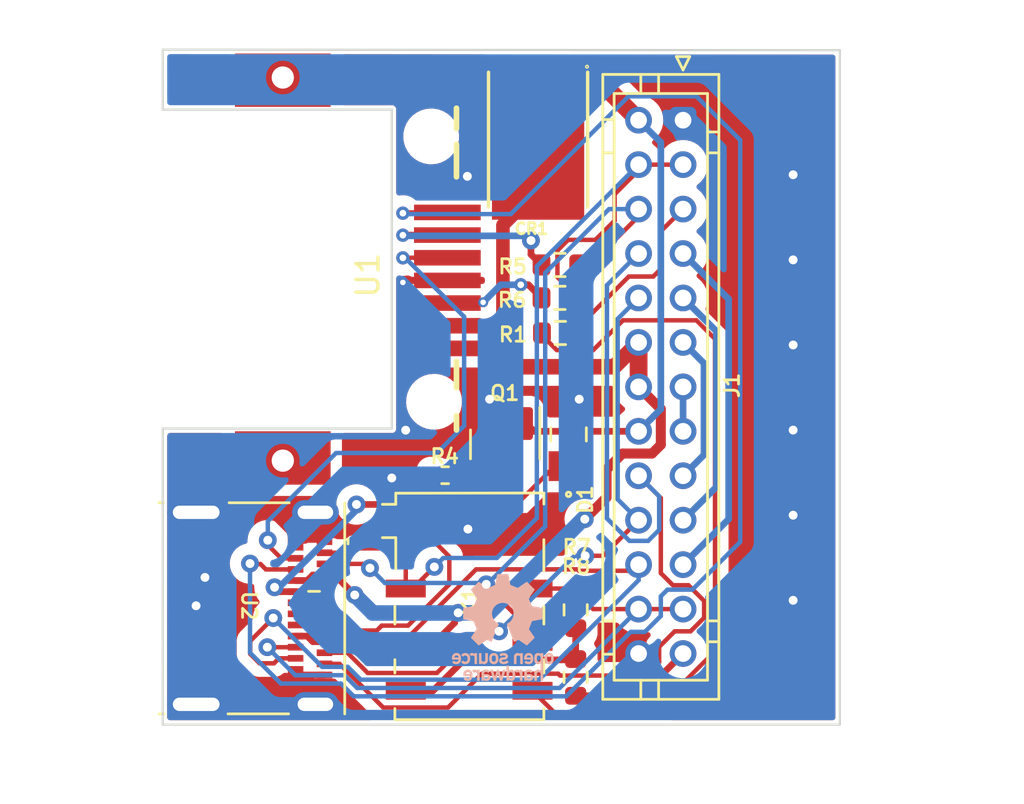
<source format=kicad_pcb>
(kicad_pcb (version 20221018) (generator pcbnew)
  (layers (0 "F.Cu" signal) (31 "B.Cu" signal) (34 "B.Paste" user) (35 "F.Paste" user) (36 "B.SilkS" user "B.Silkscreen") (37 "F.SilkS" user "F.Silkscreen") (38 "B.Mask" user) (39 "F.Mask" user) (44 "Edge.Cuts" user))
  (net 0 "")
  (net 1 "SBU1")
  (net 2 "GND")
  (net 3 "IGN")
  (net 4 "CAN0_H")
  (net 5 "Net-(J1-Pin_5)")
  (net 6 "CAN0_L")
  (net 7 "Net-(J1-Pin_21)")
  (net 8 "CAN1_H")
  (net 9 "Net-(J1-Pin_19)")
  (net 10 "CAN1_L")
  (net 11 "Net-(J1-Pin_11)")
  (net 12 "+12V")
  (net 13 "Net-(J1-Pin_13)")
  (net 14 "CAN2_L")
  (net 15 "SBU2")
  (net 16 "CAN3_L")
  (net 17 "CAN3_H")
  (net 18 "HarnessBox_4")
  (net 19 "Net-(J1-Pin_25)")
  (net 20 "CAN2_H")
  (net 21 "HarnessBox_5")
  (net 22 "Net-(Q1-C)")
  (net 29 "Net-(U1-RX+)")
  (net 30 "Net-(U1-RX-)")
  (footprint "HarnessBox:RJ45-SMD_RJ45-DB-101PWB" (layer "F.Cu") (at 162.3701 60.345 -90)
    (fp_text reference "U1")
    (fp_text value "RJ45-DB-101PWB")
    (fp_line (start -7.175 -1.2) (end -7.175 9.097993) (stroke (width 0.1)) (layer "Edge.Cuts"))
    (fp_line (start -7.175 -1.2) (end 7.175 -1.2) (stroke (width 0.1)) (layer "Edge.Cuts"))
    (fp_line (start 7.175 -1.2) (end 7.175 9.097993) (stroke (width 0.1)) (layer "Edge.Cuts"))
  )
  (footprint "HarnessBox:DIO_BAV21W_RHG" (layer "F.Cu") (at 171.52 67.7825 90)
    (fp_text reference "D1")
    (fp_text value "BAV21W_RHG")
  )
  (footprint "Resistor_SMD:R_0603_1608Metric" (layer "F.Cu") (at 171.84 78.72 -90)
    (fp_text reference "R8")
    (fp_text value "120R")
  )
  (footprint "Connector_USB:USB_C_Receptacle_Molex_105450-0101" (layer "F.Cu") (at 157.33 75.61 -90)
    (fp_text reference "U2")
    (fp_text value "105450-0101")
  )
  (footprint "HarnessBox:TO-277A_L5.9-W4.4-LS6.5-TR" (layer "F.Cu") (at 170.15 53.68 90)
    (fp_text reference "CR1")
    (fp_text value "FSV20100V")
  )
  (footprint "Resistor_SMD:R_0603_1608Metric" (layer "F.Cu") (at 171.84 75.68 90)
    (fp_text reference "R7")
    (fp_text value "120R")
  )
  (footprint "Resistor_SMD:R_0603_1608Metric" (layer "F.Cu") (at 171.13 61.64 180)
    (fp_text reference "R6")
    (fp_text value "10R" hide)
  )
  (footprint "Package_TO_SOT_SMD:SOT-23" (layer "F.Cu") (at 168.67 68.2325 -90)
    (fp_text reference "Q1")
    (fp_text value "DDTC114ECA-7-F ")
  )
  (footprint "Resistor_SMD:R_0603_1608Metric" (layer "F.Cu") (at 171.13 60.16 180)
    (fp_text reference "R5")
    (fp_text value "10R" hide)
  )
  (footprint "Connector_JST:JST_PHD_B26B-PHDSS_2x13_P2.00mm_Vertical" (layer "F.Cu") (at 176.67 53.645 -90)
    (fp_text reference "J1")
    (fp_text value "5018762640")
  )
  (footprint "Resistor_SMD:R_0402_1005Metric" (layer "F.Cu") (at 165.97 69.62 180)
    (fp_text reference "R4")
    (fp_text value "1K")
  )
  (footprint "HarnessBox_SMD:HarnessBox_DPDT_Omron_G6K-2G-Y" (layer "F.Cu") (at 167.05 75.52)
    (fp_text reference "K1")
    (fp_text value "G6K-2G-Y DC5")
  )
  (footprint "Resistor_SMD:R_0603_1608Metric" (layer "F.Cu") (at 171.15 63.22 180)
    (fp_text reference "R1")
    (fp_text value "120R")
  )
  (gr_poly (pts (xy 168.151437 77.628986) (xy 168.144755 77.629259) (xy 168.138245 77.629706) (xy 168.131904 77.63032) (xy 168.12573 77.631096) (xy 168.119721 77.632027) (xy 168.113875 77.633107) (xy 168.108188 77.634329) (xy 168.10266 77.635687) (xy 168.097287 77.637175) (xy 168.092068 77.638786) (xy 168.087001 77.640513) (xy 168.082082 77.642352) (xy 168.07731 77.644294) (xy 168.072683 77.646334) (xy 168.068198 77.648466) (xy 168.059646 77.652979) (xy 168.051636 77.657781) (xy 168.044151 77.662821) (xy 168.037172 77.66805) (xy 168.030681 77.673416) (xy 168.024661 77.678868) (xy 168.019094 77.684355) (xy 168.013961 77.689827) (xy 168.007362 77.697387) (xy 168.001257 77.705018) (xy 167.995639 77.712813) (xy 167.990498 77.720867) (xy 167.985823 77.729271) (xy 167.981605 77.738121) (xy 167.977835 77.747508) (xy 167.974502 77.757527) (xy 167.971598 77.768271) (xy 167.969112 77.779833) (xy 167.967036 77.792307) (xy 167.965358 77.805786) (xy 167.96407 77.820364) (xy 167.963162 77.836134) (xy 167.962624 77.853189) (xy 167.962447 77.871622) (xy 167.962624 77.89021) (xy 167.963162 77.907402) (xy 167.96407 77.92329) (xy 167.965358 77.937971) (xy 167.967036 77.951539) (xy 167.969112 77.964088) (xy 167.971598 77.975713) (xy 167.974502 77.986508) (xy 167.977835 77.996568) (xy 167.981605 78.005987) (xy 167.985823 78.014861) (xy 167.990498 78.023282) (xy 167.995639 78.031347) (xy 168.001257 78.039149) (xy 168.007362 78.046783) (xy 168.013961 78.054344) (xy 168.019094 78.059815) (xy 168.024661 78.0653) (xy 168.030681 78.07075) (xy 168.037172 78.076112) (xy 168.044151 78.081337) (xy 168.051636 78.086373) (xy 168.059646 78.09117) (xy 168.068198 78.095678) (xy 168.07731 78.099845) (xy 168.087001 78.103621) (xy 168.097288 78.106955) (xy 168.108188 78.109797) (xy 168.119721 78.112095) (xy 168.131904 78.1138) (xy 168.144755 78.11486) (xy 168.158292 78.115224) (xy 168.165142 78.115132) (xy 168.171819 78.11486) (xy 168.178325 78.114413) (xy 168.184662 78.1138) (xy 168.190832 78.113025) (xy 168.196838 78.112095) (xy 168.202681 78.111017) (xy 168.208365 78.109797) (xy 168.21389 78.108441) (xy 168.21926 78.106955) (xy 168.224477 78.105347) (xy 168.229543 78.103621) (xy 168.23446 78.101785) (xy 168.23923 78.099845) (xy 168.243856 78.097807) (xy 168.24834 78.095678) (xy 168.256889 78.091171) (xy 168.264898 78.086373) (xy 168.272382 78.081337) (xy 168.27936 78.076112) (xy 168.28585 78.07075) (xy 168.291869 78.065301) (xy 168.297437 78.059815) (xy 168.302569 78.054344) (xy 168.30917 78.046783) (xy 168.315276 78.03915) (xy 168.320896 78.031349) (xy 168.326041 78.023286) (xy 168.33072 78.014866) (xy 168.334942 78.005994) (xy 168.338717 77.996576) (xy 168.342055 77.986518) (xy 168.344964 77.975724) (xy 168.347454 77.9641) (xy 168.349536 77.951551) (xy 168.351217 77.937982) (xy 168.352509 77.9233) (xy 168.353419 77.907409) (xy 168.353959 77.890215) (xy 168.354136 77.871622) (xy 168.258543 77.871622) (xy 168.258475 77.884046) (xy 168.258266 77.895366) (xy 168.257905 77.905667) (xy 168.257383 77.915032) (xy 168.256691 77.923547) (xy 168.255819 77.931293) (xy 168.254757 77.938356) (xy 168.253496 77.944819) (xy 168.252025 77.950767) (xy 168.250336 77.956282) (xy 168.248419 77.961449) (xy 168.246264 77.966351) (xy 168.243862 77.971074) (xy 168.241202 77.975699) (xy 168.238276 77.980312) (xy 168.235074 77.984996) (xy 168.232265 77.988634) (xy 168.2291 77.992146) (xy 168.225598 77.995517) (xy 168.221778 77.998732) (xy 168.217661 78.001776) (xy 168.213266 78.004634) (xy 168.208611 78.007291) (xy 168.203718 78.009732) (xy 168.198604 78.011942) (xy 168.19329 78.013906) (xy 168.187796 78.015609) (xy 168.18214 78.017036) (xy 168.176342 78.018172) (xy 168.170422 78.019001) (xy 168.164398 78.01951) (xy 168.158292 78.019683) (xy 168.152177 78.01951) (xy 168.146147 78.019) (xy 168.140222 78.018169) (xy 168.134421 78.017032) (xy 168.128763 78.015603) (xy 168.123268 78.013899) (xy 168.117953 78.011933) (xy 168.11284 78.009722) (xy 168.107946 78.00728) (xy 168.103291 78.004622) (xy 168.098895 78.001764) (xy 168.094776 77.998721) (xy 168.090953 77.995507) (xy 168.087447 77.992139) (xy 168.084275 77.98863) (xy 168.08282 77.986828) (xy 168.081457 77.984996) (xy 168.078255 77.980313) (xy 168.075331 77.975701) (xy 168.072674 77.97108) (xy 168.070275 77.966366) (xy 168.068124 77.961477) (xy 168.066211 77.956331) (xy 168.064527 77.950844) (xy 168.063062 77.944935) (xy 168.061805 77.938521) (xy 168.060748 77.931519) (xy 168.05988 77.923848) (xy 168.059192 77.915423) (xy 168.058674 77.906163) (xy 168.058316 77.895986) (xy 168.058041 77.872549) (xy 168.058108 77.860125) (xy 168.058316 77.848803) (xy 168.058674 77.8385) (xy 168.059192 77.829131) (xy 168.05988 77.820614) (xy 168.060748 77.812864) (xy 168.061805 77.805798) (xy 168.063062 77.799332) (xy 168.064527 77.793382) (xy 168.066211 77.787866) (xy 168.068124 77.782699) (xy 168.070275 77.777797) (xy 168.072674 77.773077) (xy 168.075331 77.768456) (xy 168.078255 77.76385) (xy 168.081457 77.759174) (xy 168.084275 77.755536) (xy 168.087447 77.752024) (xy 168.090953 77.748654) (xy 168.094776 77.745439) (xy 168.098895 77.742395) (xy 168.103291 77.739537) (xy 168.107946 77.73688) (xy 168.11284 77.734439) (xy 168.117953 77.732229) (xy 168.123268 77.730265) (xy 168.128763 77.728562) (xy 168.134421 77.727135) (xy 168.140222 77.725999) (xy 168.146147 77.725169) (xy 168.152177 77.72466) (xy 168.158292 77.724487) (xy 168.164398 77.724661) (xy 168.170422 77.72517) (xy 168.176342 77.726002) (xy 168.18214 77.727139) (xy 168.187796 77.728568) (xy 168.19329 77.730272) (xy 168.198604 77.732238) (xy 168.203718 77.734449) (xy 168.208611 77.736891) (xy 168.213266 77.739549) (xy 168.217661 77.742407) (xy 168.221778 77.74545) (xy 168.225598 77.748663) (xy 168.2291 77.752032) (xy 168.232265 77.755541) (xy 168.233715 77.757343) (xy 168.235074 77.759174) (xy 168.238276 77.763849) (xy 168.241202 77.768454) (xy 168.243862 77.773071) (xy 168.246264 77.777782) (xy 168.248419 77.78267) (xy 168.250336 77.787817) (xy 168.252025 77.793305) (xy 168.253496 77.799216) (xy 168.254757 77.805633) (xy 168.255819 77.812638) (xy 168.256691 77.820313) (xy 168.257383 77.828741) (xy 168.257905 77.838003) (xy 168.258266 77.848183) (xy 168.258543 77.871622) (xy 168.354136 77.871622) (xy 168.353959 77.853189) (xy 168.353419 77.836135) (xy 168.352509 77.820366) (xy 168.351217 77.80579) (xy 168.349536 77.792313) (xy 168.347454 77.77984) (xy 168.344964 77.76828) (xy 168.342055 77.757537) (xy 168.338717 77.747519) (xy 168.334942 77.738132) (xy 168.33072 77.729283) (xy 168.326041 77.720878) (xy 168.320896 77.712823) (xy 168.315276 77.705025) (xy 168.30917 77.697391) (xy 168.302569 77.689827) (xy 168.297437 77.684355) (xy 168.291869 77.678868) (xy 168.28585 77.673416) (xy 168.27936 77.66805) (xy 168.272382 77.662822) (xy 168.264897 77.657781) (xy 168.256889 77.652979) (xy 168.248339 77.648466) (xy 168.23923 77.644294) (xy 168.229543 77.640513) (xy 168.21926 77.637175) (xy 168.208365 77.634329) (xy 168.196838 77.632027) (xy 168.184662 77.63032) (xy 168.171819 77.629259) (xy 168.158292 77.628894)) (stroke (width 0.02)) (fill solid) (layer "B.SilkS"))
  (gr_poly (pts (xy 168.590899 77.629241) (xy 168.57618 77.630112) (xy 168.562047 77.631543) (xy 168.548474 77.633518) (xy 168.535435 77.636021) (xy 168.522903 77.639034) (xy 168.510852 77.642542) (xy 168.499257 77.646528) (xy 168.48809 77.650975) (xy 168.477326 77.655867) (xy 168.466938 77.661188) (xy 168.456901 77.66692) (xy 168.447187 77.673048) (xy 168.437771 77.679554) (xy 168.428626 77.686423) (xy 168.419726 77.693637) (xy 168.478729 77.762932) (xy 168.485768 77.758121) (xy 168.492848 77.753519) (xy 168.499986 77.749142) (xy 168.507201 77.745002) (xy 168.51451 77.741114) (xy 168.52193 77.73749) (xy 168.529481 77.734147) (xy 168.537178 77.731096) (xy 168.545042 77.728352) (xy 168.553088 77.725929) (xy 168.561335 77.723841) (xy 168.5698 77.722101) (xy 168.578502 77.720724) (xy 168.587459 77.719723) (xy 168.596687 77.719112) (xy 168.606205 77.718905) (xy 168.611795 77.718976) (xy 168.617153 77.719187) (xy 168.622282 77.719535) (xy 168.627186 77.720017) (xy 168.631868 77.720631) (xy 168.636333 77.721372) (xy 168.640583 77.722239) (xy 168.644622 77.723229) (xy 168.648454 77.724337) (xy 168.652083 77.725563) (xy 168.655511 77.726902) (xy 168.658744 77.728351) (xy 168.661783 77.729908) (xy 168.664633 77.73157) (xy 168.667298 77.733334) (xy 168.669781 77.735197) (xy 168.672086 77.737156) (xy 168.674215 77.739207) (xy 168.676174 77.741349) (xy 168.677965 77.743578) (xy 168.679592 77.745891) (xy 168.681058 77.748286) (xy 168.682368 77.750759) (xy 168.683525 77.753307) (xy 168.684532 77.755928) (xy 168.685393 77.758618) (xy 168.686112 77.761375) (xy 168.686692 77.764195) (xy 168.687137 77.767076) (xy 168.68745 77.770015) (xy 168.687636 77.773009) (xy 168.687697 77.776055) (xy 168.687517 77.779916) (xy 168.68696 77.783751) (xy 168.686 77.787538) (xy 168.68461 77.791251) (xy 168.682765 77.794865) (xy 168.680438 77.798355) (xy 168.677604 77.801698) (xy 168.675988 77.803306) (xy 168.674236 77.804868) (xy 168.672344 77.806381) (xy 168.670308 77.807841) (xy 168.668126 77.809246) (xy 168.665794 77.810593) (xy 168.663308 77.811877) (xy 168.660667 77.813097) (xy 168.654902 77.815331) (xy 168.648473 77.817269) (xy 168.641353 77.818886) (xy 168.633517 77.820158) (xy 168.624937 77.821061) (xy 168.546224 77.826644) (xy 168.537169 77.827414) (xy 168.528457 77.828491) (xy 168.520084 77.829867) (xy 168.512047 77.831536) (xy 168.504341 77.833491) (xy 168.496963 77.835724) (xy 168.489911 77.838229) (xy 168.483179 77.840999) (xy 168.476764 77.844027) (xy 168.470663 77.847306) (xy 168.464873 77.850829) (xy 168.459388 77.85459) (xy 168.454207 77.858582) (xy 168.449325 77.862797) (xy 168.444738 77.867229) (xy 168.440443 77.871871) (xy 168.436437 77.876716) (xy 168.432716 77.881757) (xy 168.429275 77.886987) (xy 168.426112 77.892399) (xy 168.423223 77.897988) (xy 168.420604 77.903744) (xy 168.418252 77.909663) (xy 168.416163 77.915736) (xy 168.414333 77.921957) (xy 168.412759 77.928319) (xy 168.410363 77.941439) (xy 168.408947 77.955041) (xy 168.408482 77.969069) (xy 168.408732 77.977652) (xy 168.409477 77.986002) (xy 168.410704 77.994116) (xy 168.412402 78.001991) (xy 168.41456 78.009625) (xy 168.417166 78.017015) (xy 168.420209 78.02416) (xy 168.423678 78.031055) (xy 168.427562 78.037699) (xy 168.431849 78.04409) (xy 168.436528 78.050223) (xy 168.441587 78.056098) (xy 168.447016 78.061711) (xy 168.452802 78.06706) (xy 168.458935 78.072143) (xy 168.465404 78.076956) (xy 168.472196 78.081497) (xy 168.479301 78.085764) (xy 168.494403 78.093464) (xy 168.51062 78.100035) (xy 168.52786 78.105458) (xy 168.546035 78.109712) (xy 168.565052 78.112775) (xy 168.584821 78.114628) (xy 168.605252 78.115251) (xy 168.619592 78.114921) (xy 168.633793 78.113931) (xy 168.647849 78.112278) (xy 168.661753 78.109963) (xy 168.675498 78.106983) (xy 168.689077 78.103338) (xy 168.702483 78.099025) (xy 168.715709 78.094044) (xy 168.728749 78.088394) (xy 168.741595 78.082072) (xy 168.75424 78.075078) (xy 168.766679 78.06741) (xy 168.778903 78.059067) (xy 168.790906 78.050048) (xy 168.80268 78.040351) (xy 168.81422 78.029975) (xy 168.747704 77.964412) (xy 168.739927 77.971741) (xy 168.73204 77.978605) (xy 168.724021 77.985004) (xy 168.715849 77.990936) (xy 168.7075 77.9964) (xy 168.698954 78.001395) (xy 168.690188 78.00592) (xy 168.681181 78.009973) (xy 168.67191 78.013554) (xy 168.662353 78.016661) (xy 168.65249 78.019294) (xy 168.642296 78.02145) (xy 168.631752 78.023129) (xy 168.620834 78.02433) (xy 168.609521 78.025051) (xy 168.597791 78.025292) (xy 168.592743 78.025232) (xy 168.587787 78.025051) (xy 168.582927 78.02475) (xy 168.578169 78.024329) (xy 168.573515 78.023788) (xy 168.568972 78.023127) (xy 168.564542 78.022346) (xy 168.560232 78.021446) (xy 168.556045 78.020427) (xy 168.551986 78.019288) (xy 168.548058 78.018031) (xy 168.544268 78.016654) (xy 168.540619 78.015159) (xy 168.537115 78.013545) (xy 168.533762 78.011813) (xy 168.530564 78.009963) (xy 168.527524 78.007995) (xy 168.524648 78.005908) (xy 168.52194 78.003704) (xy 168.519405 78.001383) (xy 168.517047 77.998944) (xy 168.514871 77.996388) (xy 168.51288 77.993714) (xy 168.51108 77.990924) (xy 168.509475 77.988017) (xy 168.508069 77.984994) (xy 168.506868 77.981854) (xy 168.505874 77.978597) (xy 168.505094 77.975225) (xy 168.504531 77.971736) (xy 168.50419 77.968132) (xy 168.504075 77.964412) (xy 168.504149 77.961317) (xy 168.504367 77.958357) (xy 168.504727 77.955528) (xy 168.505225 77.952827) (xy 168.505859 77.950252) (xy 168.506624 77.947799) (xy 168.507517 77.945466) (xy 168.508537 77.943249) (xy 168.509678 77.941147) (xy 168.510938 77.939155) (xy 168.512314 77.937272) (xy 168.513802 77.935494) (xy 168.515399 77.933818) (xy 168.517102 77.932241) (xy 168.518908 77.930761) (xy 168.520814 77.929375) (xy 168.522815 77.928079) (xy 168.52491 77.926871) (xy 168.529365 77.924706) (xy 168.534153 77.922858) (xy 168.539247 77.921304) (xy 168.544623 77.920019) (xy 168.550254 77.918982) (xy 168.556115 77.918168) (xy 168.562178 77.917554) (xy 168.646527 77.910066) (xy 168.661031 77.908365) (xy 168.674997 77.905727) (xy 168.681761 77.904059) (xy 168.68837 77.90216) (xy 168.694818 77.900031) (xy 168.701097 77.897674) (xy 168.7072 77.895088) (xy 168.713121 77.892276) (xy 168.718852 77.889238) (xy 168.724388 77.885975) (xy 168.72972 77.882488) (xy 168.734842 77.878779) (xy 168.739748 77.874848) (xy 168.74443 77.870696) (xy 168.748881 77.866325) (xy 168.753095 77.861736) (xy 168.757065 77.856929) (xy 168.760783 77.851905) (xy 168.764244 77.846667) (xy 168.76744 77.841214) (xy 168.770363 77.835548) (xy 168.773009 77.829669) (xy 168.775369 77.82358) (xy 168.777436 77.81728) (xy 168.779204 77.810771) (xy 168.780667 77.804055) (xy 168.781816 77.797131) (xy 168.782645 77.790001) (xy 168.783148 77.782667) (xy 168.783317 77.775129) (xy 168.783093 77.766217) (xy 168.782429 77.757581) (xy 168.781335 77.74922) (xy 168.77982 77.741136) (xy 168.777893 77.733328) (xy 168.775565 77.725797) (xy 168.772846 77.718543) (xy 168.769745 77.711568) (xy 168.766272 77.704872) (xy 168.762437 77.698455) (xy 168.758249 77.692317) (xy 168.753719 77.68646) (xy 168.748856 77.680883) (xy 168.74367 77.675588) (xy 168.738171 77.670574) (xy 168.732368 77.665843) (xy 168.726271 77.661394) (xy 168.719891 77.657229) (xy 168.713237 77.653347) (xy 168.706318 77.64975) (xy 168.699144 77.646438) (xy 168.691726 77.643411) (xy 168.676194 77.638214) (xy 168.6598 77.634166) (xy 168.642623 77.631269) (xy 168.624741 77.629528) (xy 168.606231 77.628947)) (stroke (width 0.02)) (fill solid) (layer "B.SilkS"))
  (gr_poly (pts (xy 167.168286 77.629057) (xy 167.161306 77.629541) (xy 167.154469 77.630338) (xy 167.147772 77.63144) (xy 167.141208 77.632838) (xy 167.13477 77.634525) (xy 167.128454 77.636491) (xy 167.122253 77.638729) (xy 167.116161 77.641231) (xy 167.110173 77.643988) (xy 167.104283 77.646992) (xy 167.098485 77.650236) (xy 167.092772 77.653709) (xy 167.08714 77.657406) (xy 167.081582 77.661316) (xy 167.076093 77.665433) (xy 167.14544 77.747903) (xy 167.149584 77.744863) (xy 167.153595 77.742058) (xy 167.157495 77.739484) (xy 167.161308 77.737135) (xy 167.165054 77.735004) (xy 167.168757 77.733088) (xy 167.172438 77.73138) (xy 167.176119 77.729875) (xy 167.179822 77.728568) (xy 167.18357 77.727453) (xy 167.187384 77.726524) (xy 167.191287 77.725776) (xy 167.1953 77.725204) (xy 167.199447 77.724803) (xy 167.203748 77.724565) (xy 167.208226 77.724488) (xy 167.216994 77.724841) (xy 167.225673 77.725911) (xy 167.234197 77.727711) (xy 167.242499 77.730255) (xy 167.246548 77.73181) (xy 167.250516 77.733557) (xy 167.254396 77.735496) (xy 167.25818 77.73763) (xy 167.26186 77.73996) (xy 167.265426 77.742488) (xy 167.268872 77.745216) (xy 167.272189 77.748145) (xy 167.275368 77.751277) (xy 167.278402 77.754614) (xy 167.281282 77.758158) (xy 167.284 77.761911) (xy 167.286548 77.765873) (xy 167.288917 77.770047) (xy 167.2911 77.774434) (xy 167.293088 77.779037) (xy 167.294872 77.783857) (xy 167.296446 77.788895) (xy 167.2978 77.794154) (xy 167.298926 77.799634) (xy 167.299816 77.805339) (xy 167.300462 77.811269) (xy 167.300856 77.817426) (xy 167.300989 77.823812) (xy 167.300989 78.109589) (xy 167.396583 78.109589) (xy 167.396583 77.634529) (xy 167.300989 77.634529) (xy 167.300989 77.685118) (xy 167.299136 77.685118) (xy 167.293363 77.678312) (xy 167.287289 77.671945) (xy 167.280922 77.666017) (xy 167.274273 77.660527) (xy 167.267348 77.655476) (xy 167.260156 77.650864) (xy 167.252706 77.646691) (xy 167.245006 77.642956) (xy 167.237065 77.639661) (xy 167.22889 77.636805) (xy 167.220491 77.634388) (xy 167.211875 77.63241) (xy 167.203051 77.630872) (xy 167.194028 77.629773) (xy 167.184814 77.629113) (xy 167.175417 77.628894)) (stroke (width 0.02)) (fill solid) (layer "B.SilkS"))
  (gr_poly (pts (xy 167.785308 77.917501) (xy 167.785191 77.923481) (xy 167.784843 77.9293) (xy 167.784268 77.934957) (xy 167.783471 77.940449) (xy 167.782457 77.945774) (xy 167.781232 77.950931) (xy 167.779799 77.955917) (xy 167.778164 77.960732) (xy 167.776331 77.965372) (xy 167.774305 77.969836) (xy 167.772091 77.974122) (xy 167.769694 77.978229) (xy 167.767119 77.982153) (xy 167.76437 77.985894) (xy 167.761452 77.98945) (xy 167.758371 77.992818) (xy 167.75513 77.995996) (xy 167.751735 77.998984) (xy 167.74819 78.001778) (xy 167.744501 78.004377) (xy 167.740672 78.006779) (xy 167.736707 78.008982) (xy 167.732613 78.010985) (xy 167.728393 78.012784) (xy 167.724052 78.014379) (xy 167.719596 78.015768) (xy 167.715028 78.016948) (xy 167.710354 78.017918) (xy 167.705579 78.018676) (xy 167.700708 78.019219) (xy 167.695744 78.019547) (xy 167.690694 78.019656) (xy 167.685722 78.019547) (xy 167.680833 78.019219) (xy 167.676031 78.018676) (xy 167.671321 78.017918) (xy 167.666708 78.016948) (xy 167.662196 78.015768) (xy 167.657792 78.014379) (xy 167.653499 78.012784) (xy 167.649323 78.010985) (xy 167.645269 78.008982) (xy 167.641342 78.006779) (xy 167.637546 78.004377) (xy 167.633887 78.001778) (xy 167.63037 77.998984) (xy 167.626999 77.995996) (xy 167.62378 77.992818) (xy 167.620718 77.98945) (xy 167.617817 77.985894) (xy 167.615083 77.982153) (xy 167.61252 77.978229) (xy 167.610134 77.974122) (xy 167.607929 77.969836) (xy 167.60591 77.965372) (xy 167.604083 77.960732) (xy 167.602452 77.955917) (xy 167.601023 77.950931) (xy 167.5998 77.945774) (xy 167.598788 77.940449) (xy 167.597992 77.934957) (xy 167.597417 77.9293) (xy 167.597069 77.923481) (xy 167.596952 77.917501) (xy 167.596952 77.634529) (xy 167.501411 77.634529) (xy 167.501411 78.109641) (xy 167.596952 78.109641) (xy 167.596952 78.059) (xy 167.598804 78.059) (xy 167.604577 78.065805) (xy 167.61065 78.072172) (xy 167.617011 78.078101) (xy 167.623652 78.08359) (xy 167.630563 78.088641) (xy 167.637733 78.093254) (xy 167.645152 78.097427) (xy 167.652812 78.101161) (xy 167.660701 78.104456) (xy 167.668811 78.107313) (xy 167.677132 78.10973) (xy 167.685652 78.111707) (xy 167.694364 78.113246) (xy 167.703256 78.114344) (xy 167.712319 78.115004) (xy 167.721544 78.115224) (xy 167.728596 78.115056) (xy 167.735685 78.114556) (xy 167.74991 78.112558) (xy 167.76408 78.109239) (xy 167.771101 78.107088) (xy 167.778058 78.104611) (xy 167.784932 78.101808) (xy 167.791707 78.098681) (xy 167.798365 78.095231) (xy 167.804889 78.09146) (xy 167.811263 78.087368) (xy 167.817468 78.082957) (xy 167.823488 78.078228) (xy 167.829305 78.073182) (xy 167.834903 78.06782) (xy 167.840265 78.062144) (xy 167.845372 78.056155) (xy 167.850208 78.049853) (xy 167.854756 78.043241) (xy 167.858999 78.036319) (xy 167.862919 78.029089) (xy 167.866499 78.021552) (xy 167.869722 78.013708) (xy 167.872571 78.00556) (xy 167.875029 77.997108) (xy 167.877079 77.988353) (xy 167.878703 77.979298) (xy 167.879884 77.969942) (xy 167.880605 77.960288) (xy 167.88085 77.950336) (xy 167.880849 77.950336) (xy 167.880849 77.634529) (xy 167.785308 77.634529)) (stroke (width 0.02)) (fill solid) (layer "B.SilkS"))
  (gr_poly (pts (xy 170.140271 77.629223) (xy 170.129939 77.630117) (xy 170.119976 77.631577) (xy 170.110381 77.633577) (xy 170.101153 77.636094) (xy 170.092292 77.639103) (xy 170.083795 77.642578) (xy 170.075661 77.646495) (xy 170.06789 77.650829) (xy 170.060479 77.655557) (xy 170.053428 77.660652) (xy 170.046736 77.66609) (xy 170.0404 77.671846) (xy 170.034421 77.677897) (xy 170.028796 77.684216) (xy 170.023525 77.690779) (xy 170.018825 77.697093) (xy 170.014549 77.703471) (xy 170.010678 77.710044) (xy 170.007196 77.716941) (xy 170.005597 77.720553) (xy 170.004088 77.724295) (xy 170.002669 77.728183) (xy 170.001337 77.732234) (xy 170.00009 77.736464) (xy 169.998926 77.74089) (xy 169.996838 77.750393) (xy 169.995058 77.760874) (xy 169.993569 77.772463) (xy 169.992354 77.78529) (xy 169.991397 77.799487) (xy 169.990681 77.815183) (xy 169.99019 77.83251) (xy 169.989908 77.851597) (xy 169.989817 77.872575) (xy 169.99019 77.912319) (xy 169.991397 77.945104) (xy 169.992354 77.959209) (xy 169.993569 77.97196) (xy 169.995058 77.983488) (xy 169.996838 77.993919) (xy 169.998926 78.003384) (xy 170.001337 78.012011) (xy 170.004088 78.019929) (xy 170.007197 78.027267) (xy 170.010678 78.034153) (xy 170.014549 78.040716) (xy 170.018825 78.047086) (xy 170.023525 78.053391) (xy 170.028796 78.059954) (xy 170.034421 78.066274) (xy 170.0404 78.072324) (xy 170.046736 78.078081) (xy 170.053428 78.083519) (xy 170.060479 78.088614) (xy 170.06789 78.093341) (xy 170.075661 78.097675) (xy 170.083795 78.101593) (xy 170.087998 78.103387) (xy 170.092292 78.105068) (xy 170.096677 78.106632) (xy 170.101154 78.108076) (xy 170.105721 78.109397) (xy 170.110381 78.110593) (xy 170.115132 78.111659) (xy 170.119976 78.112593) (xy 170.124911 78.113392) (xy 170.129939 78.114053) (xy 170.135059 78.114572) (xy 170.140271 78.114947) (xy 170.145577 78.115174) (xy 170.150975 78.11525) (xy 170.159994 78.11499) (xy 170.168782 78.114218) (xy 170.17735 78.112953) (xy 170.18571 78.111209) (xy 170.193871 78.109005) (xy 170.201846 78.106356) (xy 170.209645 78.103278) (xy 170.217279 78.099789) (xy 170.22476 78.095904) (xy 170.232097 78.091641) (xy 170.239303 78.087015) (xy 170.246388 78.082043) (xy 170.253364 78.076742) (xy 170.26024 78.071128) (xy 170.267029 78.065217) (xy 170.273741 78.059026) (xy 170.274085 78.435529) (xy 170.267982 78.428723) (xy 170.26162 78.422356) (xy 170.255005 78.416428) (xy 170.248144 78.410938) (xy 170.241041 78.405887) (xy 170.233702 78.401275) (xy 170.226132 78.397101) (xy 170.218338 78.393367) (xy 170.210324 78.390072) (xy 170.202095 78.387216) (xy 170.193659 78.384799) (xy 170.185019 78.382821) (xy 170.176182 78.381283) (xy 170.167153 78.380184) (xy 170.157937 78.379524) (xy 170.148541 78.379304) (xy 170.141573 78.379472) (xy 170.134562 78.379973) (xy 170.127526 78.380806) (xy 170.120482 78.381971) (xy 170.113446 78.383465) (xy 170.106437 78.385289) (xy 170.099471 78.38744) (xy 170.092566 78.389918) (xy 170.08574 78.392721) (xy 170.079009 78.395847) (xy 170.072391 78.399297) (xy 170.065904 78.403069) (xy 170.059564 78.407161) (xy 170.053389 78.411572) (xy 170.047396 78.416301) (xy 170.041603 78.421347) (xy 170.036026 78.426709) (xy 170.030684 78.432385) (xy 170.025593 78.438374) (xy 170.020772 78.444675) (xy 170.016236 78.451287) (xy 170.012004 78.458209) (xy 170.008093 78.46544) (xy 170.00452 78.472977) (xy 170.001302 78.480821) (xy 169.998457 78.488969) (xy 169.996003 78.497421) (xy 169.993955 78.506175) (xy 169.992333 78.515231) (xy 169.991153 78.524586) (xy 169.990432 78.534241) (xy 169.990187 78.544193) (xy 169.990187 78.859999) (xy 170.085755 78.859999) (xy 170.085755 78.577028) (xy 170.085872 78.571043) (xy 170.086221 78.56522) (xy 170.086795 78.55956) (xy 170.087591 78.554065) (xy 170.088603 78.548737) (xy 170.089826 78.543578) (xy 170.091255 78.53859) (xy 170.092886 78.533775) (xy 170.094713 78.529134) (xy 170.096731 78.524669) (xy 170.098936 78.520383) (xy 170.101322 78.516277) (xy 170.103884 78.512353) (xy 170.106618 78.508612) (xy 170.109519 78.505058) (xy 170.11258 78.501691) (xy 170.115799 78.498514) (xy 170.119169 78.495528) (xy 170.122685 78.492735) (xy 170.126343 78.490138) (xy 170.130138 78.487738) (xy 170.134064 78.485536) (xy 170.138117 78.483535) (xy 170.142291 78.481737) (xy 170.146582 78.480144) (xy 170.150985 78.478756) (xy 170.155495 78.477578) (xy 170.160106 78.476609) (xy 170.164815 78.475852) (xy 170.169615 78.475309) (xy 170.174502 78.474982) (xy 170.17947 78.474873) (xy 170.184523 78.474982) (xy 170.189489 78.475309) (xy 170.194362 78.475852) (xy 170.199139 78.476609) (xy 170.203814 78.477578) (xy 170.208382 78.478756) (xy 170.21284 78.480144) (xy 170.217181 78.481737) (xy 170.221401 78.483535) (xy 170.225496 78.485536) (xy 170.22946 78.487738) (xy 170.233289 78.490138) (xy 170.236978 78.492736) (xy 170.240523 78.495528) (xy 170.243917 78.498514) (xy 170.247157 78.501691) (xy 170.250238 78.505058) (xy 170.253155 78.508613) (xy 170.255903 78.512353) (xy 170.258478 78.516277) (xy 170.260874 78.520383) (xy 170.263087 78.524669) (xy 170.265112 78.529134) (xy 170.266944 78.533775) (xy 170.268579 78.53859) (xy 170.270011 78.543578) (xy 170.271236 78.548737) (xy 170.272249 78.554065) (xy 170.273045 78.55956) (xy 170.27362 78.56522) (xy 170.273968 78.571043) (xy 170.274085 78.577028) (xy 170.274085 78.86) (xy 170.369679 78.86) (xy 170.369679 77.872548) (xy 170.273741 77.872548) (xy 170.273366 77.898515) (xy 170.272722 77.911534) (xy 170.271618 77.924403) (xy 170.269938 77.936992) (xy 170.267564 77.949171) (xy 170.264381 77.960808) (xy 170.262449 77.966383) (xy 170.260271 77.971774) (xy 170.257832 77.976964) (xy 170.255117 77.981938) (xy 170.252113 77.986678) (xy 170.248804 77.99117) (xy 170.245175 77.995395) (xy 170.241213 77.999339) (xy 170.236903 78.002984) (xy 170.232229 78.006315) (xy 170.227179 78.009315) (xy 170.221735 78.011968) (xy 170.215886 78.014257) (xy 170.209615 78.016167) (xy 170.202908 78.017681) (xy 170.19575 78.018782) (xy 170.188128 78.019455) (xy 170.180026 78.019683) (xy 170.17184 78.019468) (xy 170.164138 78.018834) (xy 170.156907 78.017792) (xy 170.150131 78.016358) (xy 170.143796 78.014545) (xy 170.137887 78.012367) (xy 170.132389 78.009837) (xy 170.127287 78.00697) (xy 170.122567 78.003778) (xy 170.118213 78.000277) (xy 170.114212 77.996478) (xy 170.110548 77.992397) (xy 170.107207 77.988047) (xy 170.104173 77.983442) (xy 170.101433 77.978595) (xy 170.098971 77.97352) (xy 170.096772 77.968231) (xy 170.094822 77.962742) (xy 170.093107 77.957066) (xy 170.09161 77.951217) (xy 170.090318 77.945209) (xy 170.089216 77.939056) (xy 170.087522 77.926368) (xy 170.08641 77.913263) (xy 170.085761 77.899852) (xy 170.085459 77.886243) (xy 170.085384 77.872548) (xy 170.085761 77.844924) (xy 170.08641 77.831384) (xy 170.087522 77.818171) (xy 170.089216 77.805392) (xy 170.09161 77.793156) (xy 170.094822 77.781572) (xy 170.096772 77.776057) (xy 170.098971 77.770746) (xy 170.101433 77.765652) (xy 170.104173 77.760789) (xy 170.107207 77.75617) (xy 170.110548 77.751808) (xy 170.114212 77.747717) (xy 170.118213 77.743911) (xy 170.122567 77.740404) (xy 170.127287 77.737208) (xy 170.132389 77.734337) (xy 170.137887 77.731805) (xy 170.143796 77.729625) (xy 170.150131 77.727812) (xy 170.156907 77.726378) (xy 170.164138 77.725336) (xy 170.17184 77.724702) (xy 170.180026 77.724487) (xy 170.188126 77.724715) (xy 170.195746 77.725388) (xy 170.202902 77.72649) (xy 170.209607 77.728005) (xy 170.215877 77.729916) (xy 170.221726 77.732209) (xy 170.227168 77.734865) (xy 170.232218 77.73787) (xy 170.236891 77.741207) (xy 170.241201 77.74486) (xy 170.245164 77.748813) (xy 170.248792 77.75305) (xy 170.252101 77.757554) (xy 170.255106 77.76231) (xy 170.257821 77.767302) (xy 170.260261 77.772513) (xy 170.26244 77.777927) (xy 170.264372 77.783527) (xy 170.266073 77.789299) (xy 170.267558 77.795226) (xy 170.268839 77.801291) (xy 170.269933 77.807479) (xy 170.271615 77.820158) (xy 170.27272 77.833133) (xy 170.273365 77.846276) (xy 170.273667 77.859457) (xy 170.273741 77.872548) (xy 170.369679 77.872548) (xy 170.369679 77.634555) (xy 170.273741 77.634555) (xy 170.273741 77.684218) (xy 170.267954 77.67819) (xy 170.261851 77.672422) (xy 170.255447 77.666932) (xy 170.248755 77.661736) (xy 170.241789 77.656854) (xy 170.234562 77.652303) (xy 170.227089 77.648101) (xy 170.219383 77.644266) (xy 170.211457 77.640815) (xy 170.203325 77.637766) (xy 170.195001 77.635137) (xy 170.186498 77.632947) (xy 170.177831 77.631212) (xy 170.169012 77.62995) (xy 170.160055 77.629181) (xy 170.150975 77.62892)) (stroke (width 0.02)) (fill solid) (layer "B.SilkS"))
  (gr_poly (pts (xy 166.471494 77.62912) (xy 166.4618 77.629797) (xy 166.452216 77.630917) (xy 166.442756 77.632474) (xy 166.433434 77.634464) (xy 166.424263 77.636879) (xy 166.415259 77.639714) (xy 166.406436 77.642962) (xy 166.397807 77.646618) (xy 166.389386 77.650676) (xy 166.381188 77.65513) (xy 166.373227 77.659973) (xy 166.365516 77.6652) (xy 166.35807 77.670804) (xy 166.350904 77.676781) (xy 166.344031 77.683123) (xy 166.337464 77.689825) (xy 166.33122 77.69688) (xy 166.325311 77.704284) (xy 166.319751 77.712029) (xy 166.314555 77.72011) (xy 166.309737 77.728521) (xy 166.305311 77.737255) (xy 166.30129 77.746308) (xy 166.29769 77.755672) (xy 166.294525 77.765342) (xy 166.291807 77.775311) (xy 166.289552 77.785575) (xy 166.287774 77.796126) (xy 166.286486 77.80696) (xy 166.285703 77.818069) (xy 166.285439 77.829448) (xy 166.285439 77.908161) (xy 166.581534 77.908161) (xy 166.581395 77.915341) (xy 166.580981 77.922295) (xy 166.580299 77.929025) (xy 166.579354 77.935528) (xy 166.57815 77.941806) (xy 166.576694 77.947858) (xy 166.574991 77.953684) (xy 166.573046 77.959283) (xy 166.570866 77.964656) (xy 166.568455 77.969802) (xy 166.565819 77.974721) (xy 166.562963 77.979414) (xy 166.559893 77.983879) (xy 166.556614 77.988117) (xy 166.553132 77.992127) (xy 166.549453 77.99591) (xy 166.545581 77.999464) (xy 166.541523 78.002791) (xy 166.537283 78.005889) (xy 166.532867 78.008759) (xy 166.528281 78.0114) (xy 166.523531 78.013813) (xy 166.51862 78.015997) (xy 166.513556 78.017951) (xy 166.508344 78.019676) (xy 166.502988 78.021172) (xy 166.497495 78.022438) (xy 166.49187 78.023475) (xy 166.486119 78.024281) (xy 166.480246 78.024857) (xy 166.474258 78.025203) (xy 166.46816 78.025318) (xy 166.461279 78.025121) (xy 166.454355 78.024536) (xy 166.447406 78.023569) (xy 166.440453 78.022227) (xy 166.433517 78.020517) (xy 166.426618 78.018445) (xy 166.419777 78.01602) (xy 166.413014 78.013247) (xy 166.40635 78.010133) (xy 166.399804 78.006686) (xy 166.393398 78.002913) (xy 166.387153 77.998819) (xy 166.381087 77.994413) (xy 166.375223 77.989701) (xy 166.36958 77.98469) (xy 166.364178 77.979387) (xy 166.294831 78.038389) (xy 166.30377 78.048208) (xy 166.313023 78.057293) (xy 166.322574 78.06566) (xy 166.332406 78.073321) (xy 166.342503 78.080291) (xy 166.352848 78.086582) (xy 166.363425 78.092209) (xy 166.374216 78.097186) (xy 166.385205 78.101525) (xy 166.396376 78.105242) (xy 166.407712 78.108349) (xy 166.419196 78.110861) (xy 166.430811 78.11279) (xy 166.442542 78.114151) (xy 166.454371 78.114958) (xy 166.466281 78.115224) (xy 166.484712 78.11465) (xy 166.503326 78.112829) (xy 166.521934 78.109612) (xy 166.540347 78.104853) (xy 166.558375 78.098403) (xy 166.567186 78.094497) (xy 166.575829 78.090113) (xy 166.584281 78.085232) (xy 166.592519 78.079836) (xy 166.600519 78.073906) (xy 166.608256 78.067424) (xy 166.615709 78.06037) (xy 166.622852 78.052727) (xy 166.629662 78.044477) (xy 166.636115 78.0356) (xy 166.642188 78.026077) (xy 166.647858 78.015892) (xy 166.653099 78.005024) (xy 166.65789 77.993456) (xy 166.662205 77.98117) (xy 166.666022 77.968145) (xy 166.669317 77.954365) (xy 166.672066 77.93981) (xy 166.674245 77.924462) (xy 166.67583 77.908302) (xy 166.676799 77.891312) (xy 166.677127 77.873474) (xy 166.676826 77.856533) (xy 166.675938 77.840311) (xy 166.674921 77.829474) (xy 166.581534 77.829474) (xy 166.381033 77.829474) (xy 166.38141 77.822804) (xy 166.382007 77.816333) (xy 166.382821 77.810062) (xy 166.383847 77.803991) (xy 166.385081 77.798122) (xy 166.386518 77.792456) (xy 166.388154 77.786992) (xy 166.389985 77.781732) (xy 166.392006 77.776678) (xy 166.394214 77.771828) (xy 166.396604 77.767186) (xy 166.399172 77.762751) (xy 166.401913 77.758523) (xy 166.404824 77.754505) (xy 166.4079 77.750697) (xy 166.411136 77.7471) (xy 166.414528 77.743714) (xy 166.418073 77.74054) (xy 166.421766 77.73758) (xy 166.425602 77.734833) (xy 166.429578 77.732302) (xy 166.433689 77.729986) (xy 166.43793 77.727887) (xy 166.442298 77.726005) (xy 166.446788 77.724342) (xy 166.451396 77.722897) (xy 166.456118 77.721673) (xy 166.46095 77.720669) (xy 166.465886 77.719887) (xy 166.470923 77.719327) (xy 166.476057 77.718991) (xy 166.481284 77.718879) (xy 166.486513 77.718991) (xy 166.491654 77.719327) (xy 166.496704 77.719887) (xy 166.501658 77.720669) (xy 166.506509 77.721673) (xy 166.511254 77.722897) (xy 166.515889 77.724342) (xy 166.520407 77.726005) (xy 166.524804 77.727887) (xy 166.529076 77.729986) (xy 166.533217 77.732302) (xy 166.537223 77.734833) (xy 166.541089 77.73758) (xy 166.54481 77.74054) (xy 166.548381 77.743714) (xy 166.551798 77.7471) (xy 166.555056 77.750697) (xy 166.558149 77.754505) (xy 166.561074 77.758523) (xy 166.563825 77.76275) (xy 166.566397 77.767186) (xy 166.568786 77.771828) (xy 166.570987 77.776677) (xy 166.572995 77.781732) (xy 166.574805 77.786992) (xy 166.576413 77.792455) (xy 166.577813 77.798122) (xy 166.579001 77.803991) (xy 166.579972 77.810062) (xy 166.580721 77.816333) (xy 166.581243 77.822804) (xy 166.581534 77.829474) (xy 166.674921 77.829474) (xy 166.674482 77.824794) (xy 166.672481 77.809972) (xy 166.669956 77.795833) (xy 166.666928 77.782364) (xy 166.663419 77.769554) (xy 166.659449 77.757392) (xy 166.65504 77.745864) (xy 166.650213 77.73496) (xy 166.644989 77.724668) (xy 166.63939 77.714976) (xy 166.633437 77.705872) (xy 166.62715 77.697344) (xy 166.620552 77.68938) (xy 166.613664 77.681969) (xy 166.606506 77.675098) (xy 166.599101 77.668757) (xy 166.591469 77.662933) (xy 166.583631 77.657613) (xy 166.575609 77.652788) (xy 166.567424 77.648444) (xy 166.559097 77.64457) (xy 166.55065 77.641153) (xy 166.542103 77.638183) (xy 166.533479 77.635648) (xy 166.524798 77.633535) (xy 166.516081 77.631832) (xy 166.498626 77.629612) (xy 166.481283 77.628893)) (stroke (width 0.02)) (fill solid) (layer "B.SilkS"))
  (gr_poly (pts (xy 169.719726 77.62912) (xy 169.710028 77.629797) (xy 169.700441 77.630917) (xy 169.690978 77.632474) (xy 169.681654 77.634464) (xy 169.672483 77.636879) (xy 169.663478 77.639714) (xy 169.654654 77.642962) (xy 169.646025 77.646618) (xy 169.637605 77.650676) (xy 169.629408 77.65513) (xy 169.621448 77.659973) (xy 169.61374 77.6652) (xy 169.606296 77.670804) (xy 169.599132 77.676781) (xy 169.592261 77.683123) (xy 169.585697 77.689825) (xy 169.579455 77.69688) (xy 169.573549 77.704284) (xy 169.567992 77.712029) (xy 169.562799 77.72011) (xy 169.557983 77.728521) (xy 169.55356 77.737255) (xy 169.549542 77.746308) (xy 169.545944 77.755672) (xy 169.542781 77.765342) (xy 169.540065 77.775311) (xy 169.537812 77.785575) (xy 169.536035 77.796126) (xy 169.534748 77.80696) (xy 169.533966 77.818069) (xy 169.533702 77.829448) (xy 169.533702 77.908161) (xy 169.829797 77.908161) (xy 169.829658 77.915341) (xy 169.829244 77.922295) (xy 169.828562 77.929025) (xy 169.827616 77.935528) (xy 169.826411 77.941806) (xy 169.824955 77.947858) (xy 169.823251 77.953684) (xy 169.821306 77.959283) (xy 169.819124 77.964656) (xy 169.816712 77.969802) (xy 169.814075 77.974721) (xy 169.811218 77.979414) (xy 169.808147 77.983879) (xy 169.804867 77.988117) (xy 169.801384 77.992127) (xy 169.797703 77.99591) (xy 169.79383 77.999464) (xy 169.78977 78.002791) (xy 169.785529 78.005889) (xy 169.781113 78.008759) (xy 169.776526 78.0114) (xy 169.771774 78.013813) (xy 169.766862 78.015997) (xy 169.761797 78.017951) (xy 169.756584 78.019676) (xy 169.751228 78.021172) (xy 169.745734 78.022438) (xy 169.740108 78.023475) (xy 169.734356 78.024281) (xy 169.728483 78.024857) (xy 169.722495 78.025203) (xy 169.716397 78.025318) (xy 169.709516 78.025121) (xy 169.70259 78.024536) (xy 169.69564 78.023569) (xy 169.688686 78.022227) (xy 169.681748 78.020517) (xy 169.674848 78.018445) (xy 169.668005 78.01602) (xy 169.661241 78.013247) (xy 169.654575 78.010133) (xy 169.648029 78.006686) (xy 169.641624 78.002913) (xy 169.635378 77.998819) (xy 169.629314 77.994413) (xy 169.623452 77.989701) (xy 169.617812 77.98469) (xy 169.612415 77.979387) (xy 169.543068 78.038389) (xy 169.552015 78.048208) (xy 169.561275 78.057293) (xy 169.570831 78.06566) (xy 169.580666 78.073321) (xy 169.590765 78.080291) (xy 169.60111 78.086582) (xy 169.611686 78.092209) (xy 169.622476 78.097186) (xy 169.633464 78.101525) (xy 169.644633 78.105242) (xy 169.655968 78.108349) (xy 169.667451 78.110861) (xy 169.679067 78.11279) (xy 169.690798 78.114151) (xy 169.70263 78.114958) (xy 169.714545 78.115224) (xy 169.732971 78.11465) (xy 169.751581 78.112829) (xy 169.770185 78.109612) (xy 169.788595 78.104853) (xy 169.806621 78.098403) (xy 169.81543 78.094497) (xy 169.824072 78.090113) (xy 169.832524 78.085232) (xy 169.840761 78.079836) (xy 169.84876 78.073906) (xy 169.856497 78.067424) (xy 169.863948 78.06037) (xy 169.871091 78.052727) (xy 169.8779 78.044477) (xy 169.884353 78.0356) (xy 169.890426 78.026077) (xy 169.896095 78.015892) (xy 169.901337 78.005024) (xy 169.906127 77.993456) (xy 169.910443 77.98117) (xy 169.914259 77.968145) (xy 169.917554 77.954365) (xy 169.920303 77.93981) (xy 169.922482 77.924462) (xy 169.924067 77.908302) (xy 169.925036 77.891312) (xy 169.925364 77.873474) (xy 169.925063 77.856533) (xy 169.924174 77.840311) (xy 169.923158 77.829474) (xy 169.829797 77.829474) (xy 169.629269 77.829474) (xy 169.629644 77.822804) (xy 169.63024 77.816333) (xy 169.631052 77.810062) (xy 169.632076 77.803991) (xy 169.633308 77.798122) (xy 169.634744 77.792456) (xy 169.63638 77.786992) (xy 169.63821 77.781732) (xy 169.640231 77.776678) (xy 169.642439 77.771828) (xy 169.644829 77.767186) (xy 169.647397 77.762751) (xy 169.650139 77.758523) (xy 169.65305 77.754505) (xy 169.656126 77.750697) (xy 169.659362 77.7471) (xy 169.662756 77.743714) (xy 169.666301 77.74054) (xy 169.669995 77.73758) (xy 169.673832 77.734833) (xy 169.677808 77.732302) (xy 169.68192 77.729986) (xy 169.686162 77.727887) (xy 169.690531 77.726005) (xy 169.695022 77.724342) (xy 169.69963 77.722897) (xy 169.704353 77.721673) (xy 169.709185 77.720669) (xy 169.714122 77.719887) (xy 169.719159 77.719327) (xy 169.724294 77.718991) (xy 169.72952 77.718879) (xy 169.734749 77.718991) (xy 169.739891 77.719327) (xy 169.744941 77.719887) (xy 169.749894 77.720669) (xy 169.754746 77.721673) (xy 169.759491 77.722897) (xy 169.764125 77.724342) (xy 169.768643 77.726005) (xy 169.773041 77.727887) (xy 169.777313 77.729986) (xy 169.781454 77.732302) (xy 169.785461 77.734833) (xy 169.789327 77.73758) (xy 169.793049 77.74054) (xy 169.79662 77.743714) (xy 169.800038 77.7471) (xy 169.803296 77.750697) (xy 169.806391 77.754505) (xy 169.809316 77.758523) (xy 169.812068 77.76275) (xy 169.814641 77.767186) (xy 169.817031 77.771828) (xy 169.819233 77.776677) (xy 169.821243 77.781732) (xy 169.823054 77.786992) (xy 169.824663 77.792455) (xy 169.826065 77.798122) (xy 169.827255 77.803991) (xy 169.828228 77.810062) (xy 169.828979 77.816333) (xy 169.829504 77.822804) (xy 169.829797 77.829474) (xy 169.923158 77.829474) (xy 169.922718 77.824794) (xy 169.920717 77.809972) (xy 169.918192 77.795833) (xy 169.915163 77.782364) (xy 169.911653 77.769554) (xy 169.907682 77.757392) (xy 169.903272 77.745864) (xy 169.898444 77.73496) (xy 169.89322 77.724668) (xy 169.88762 77.714976) (xy 169.881666 77.705872) (xy 169.875379 77.697344) (xy 169.86878 77.68938) (xy 169.861891 77.681969) (xy 169.854733 77.675098) (xy 169.847327 77.668757) (xy 169.839694 77.662933) (xy 169.831856 77.657613) (xy 169.823834 77.652788) (xy 169.815649 77.648444) (xy 169.807322 77.64457) (xy 169.798875 77.641153) (xy 169.79033 77.638183) (xy 169.781706 77.635648) (xy 169.773025 77.633535) (xy 169.76431 77.631832) (xy 169.746858 77.629612) (xy 169.72952 77.628893)) (stroke (width 0.02)) (fill solid) (layer "B.SilkS"))
  (gr_poly (pts (xy 166.865249 77.628994) (xy 166.858619 77.629294) (xy 166.852076 77.629789) (xy 166.845622 77.630476) (xy 166.832978 77.632407) (xy 166.820688 77.635056) (xy 166.808755 77.638391) (xy 166.797179 77.642381) (xy 166.785962 77.646995) (xy 166.775107 77.6522) (xy 166.764613 77.657965) (xy 166.754484 77.664259) (xy 166.744721 77.671051) (xy 166.735324 77.678308) (xy 166.726297 77.685999) (xy 166.71764 77.694094) (xy 166.709355 77.702559) (xy 166.701443 77.711364) (xy 166.771717 77.77415) (xy 166.776223 77.768804) (xy 166.780964 77.763675) (xy 166.785935 77.758779) (xy 166.791128 77.754134) (xy 166.796536 77.749758) (xy 166.802151 77.74567) (xy 166.807967 77.741886) (xy 166.813977 77.738424) (xy 166.820174 77.735303) (xy 166.82655 77.732541) (xy 166.833099 77.730154) (xy 166.839813 77.728162) (xy 166.846686 77.726581) (xy 166.85371 77.72543) (xy 166.860878 77.724726) (xy 166.868184 77.724487) (xy 166.882392 77.725007) (xy 166.895833 77.726582) (xy 166.90226 77.727773) (xy 166.908487 77.729236) (xy 166.914511 77.730974) (xy 166.920331 77.732991) (xy 166.925944 77.735289) (xy 166.931347 77.737872) (xy 166.936538 77.740741) (xy 166.941513 77.743901) (xy 166.946271 77.747354) (xy 166.950809 77.751102) (xy 166.955124 77.755149) (xy 166.959213 77.759498) (xy 166.963075 77.764152) (xy 166.966707 77.769113) (xy 166.970105 77.774385) (xy 166.973268 77.77997) (xy 166.976192 77.785871) (xy 166.978876 77.792092) (xy 166.981316 77.798634) (xy 166.98351 77.805502) (xy 166.985456 77.812698) (xy 166.987151 77.820224) (xy 166.988592 77.828085) (xy 166.989777 77.836282) (xy 166.991368 77.853698) (xy 166.991903 77.872495) (xy 166.991768 77.881989) (xy 166.991367 77.89114) (xy 166.990702 77.89995) (xy 166.989776 77.908423) (xy 166.988591 77.916561) (xy 166.987149 77.924366) (xy 166.985453 77.931843) (xy 166.983507 77.938992) (xy 166.981311 77.945818) (xy 166.97887 77.952322) (xy 166.976186 77.958508) (xy 166.973261 77.964378) (xy 166.970097 77.969935) (xy 166.966698 77.975181) (xy 166.963066 77.98012) (xy 166.959203 77.984755) (xy 166.955113 77.989087) (xy 166.950798 77.99312) (xy 166.94626 77.996856) (xy 166.941501 78.000299) (xy 166.936526 78.00345) (xy 166.931335 78.006313) (xy 166.925933 78.00889) (xy 166.92032 78.011185) (xy 166.914501 78.013199) (xy 166.908477 78.014935) (xy 166.902251 78.016398) (xy 166.895826 78.017588) (xy 166.889204 78.018508) (xy 166.882388 78.019163) (xy 166.87538 78.019553) (xy 166.868184 78.019683) (xy 166.864514 78.019623) (xy 166.860878 78.019444) (xy 166.857277 78.01915) (xy 166.853711 78.018741) (xy 166.846688 78.017589) (xy 166.839817 78.016009) (xy 166.833104 78.014016) (xy 166.826557 78.01163) (xy 166.820182 78.008867) (xy 166.813987 78.005746) (xy 166.807978 78.002285) (xy 166.802163 77.998501) (xy 166.796547 77.994412) (xy 166.791139 77.990037) (xy 166.785945 77.985392) (xy 166.780972 77.980496) (xy 166.776227 77.975366) (xy 166.771717 77.970021) (xy 166.701443 78.032806) (xy 166.70935 78.041597) (xy 166.717631 78.050051) (xy 166.726285 78.058136) (xy 166.73531 78.06582) (xy 166.744704 78.073072) (xy 166.754466 78.079859) (xy 166.764594 78.08615) (xy 166.775087 78.091914) (xy 166.785943 78.097118) (xy 166.79716 78.101731) (xy 166.808738 78.105722) (xy 166.820673 78.109058) (xy 166.832966 78.111708) (xy 166.845613 78.11364) (xy 166.858614 78.114822) (xy 166.871967 78.115224) (xy 166.892452 78.114403) (xy 166.912699 78.111907) (xy 166.93256 78.107686) (xy 166.951884 78.101687) (xy 166.961299 78.098005) (xy 166.970523 78.093859) (xy 166.979538 78.089244) (xy 166.988325 78.084153) (xy 166.996867 78.078579) (xy 167.005143 78.072516) (xy 167.013135 78.065957) (xy 167.020825 78.058897) (xy 167.028194 78.051329) (xy 167.035223 78.043246) (xy 167.041894 78.034643) (xy 167.048187 78.025512) (xy 167.054084 78.015848) (xy 167.059567 78.005643) (xy 167.064616 77.994893) (xy 167.069213 77.983589) (xy 167.073339 77.971726) (xy 167.076976 77.959298) (xy 167.080105 77.946298) (xy 167.082707 77.93272) (xy 167.084763 77.918556) (xy 167.086255 77.903802) (xy 167.087164 77.888451) (xy 167.087471 77.872495) (xy 167.087164 77.856465) (xy 167.086255 77.841043) (xy 167.084763 77.826223) (xy 167.082707 77.811998) (xy 167.080105 77.798361) (xy 167.076976 77.785307) (xy 167.073339 77.772828) (xy 167.069213 77.760919) (xy 167.064616 77.749572) (xy 167.059567 77.738781) (xy 167.054084 77.72854) (xy 167.048187 77.718841) (xy 167.041894 77.70968) (xy 167.035223 77.701048) (xy 167.028194 77.69294) (xy 167.020825 77.685349) (xy 167.013135 77.678268) (xy 167.005143 77.671692) (xy 166.996867 77.665613) (xy 166.988325 77.660024) (xy 166.979538 77.654921) (xy 166.970523 77.650295) (xy 166.961299 77.646141) (xy 166.951884 77.642452) (xy 166.942299 77.639221) (xy 166.93256 77.636442) (xy 166.922687 77.634108) (xy 166.912699 77.632213) (xy 166.902615 77.630751) (xy 166.892452 77.629715) (xy 166.871967 77.628893)) (stroke (width 0.02)) (fill solid) (layer "B.SilkS"))
  (gr_poly (pts (xy 169.224025 77.629061) (xy 169.217014 77.629562) (xy 169.202933 77.63156) (xy 169.188888 77.634878) (xy 169.175018 77.639508) (xy 169.168191 77.642311) (xy 169.161461 77.645438) (xy 169.154843 77.648888) (xy 169.148355 77.652661) (xy 169.142015 77.656753) (xy 169.13584 77.661165) (xy 169.129847 77.665895) (xy 169.124054 77.670942) (xy 169.118478 77.676305) (xy 169.113136 77.681983) (xy 169.108045 77.687974) (xy 169.103223 77.694277) (xy 169.098688 77.700891) (xy 169.094455 77.707815) (xy 169.090544 77.715048) (xy 169.086971 77.722588) (xy 169.083753 77.730435) (xy 169.080909 77.738586) (xy 169.078454 77.747041) (xy 169.076407 77.7558) (xy 169.074784 77.764859) (xy 169.073604 77.774219) (xy 169.072883 77.783878) (xy 169.072639 77.793835) (xy 169.072639 78.109589) (xy 169.168206 78.109589) (xy 169.168206 77.82667) (xy 169.168324 77.820685) (xy 169.168672 77.814862) (xy 169.169247 77.809202) (xy 169.170042 77.803707) (xy 169.171054 77.79838) (xy 169.172277 77.793221) (xy 169.173707 77.788232) (xy 169.175337 77.783417) (xy 169.177164 77.778776) (xy 169.179183 77.774311) (xy 169.181387 77.770025) (xy 169.183773 77.765919) (xy 169.186336 77.761995) (xy 169.18907 77.758255) (xy 169.19197 77.7547) (xy 169.195032 77.751333) (xy 169.19825 77.748156) (xy 169.20162 77.74517) (xy 169.205136 77.742378) (xy 169.208794 77.73978) (xy 169.212589 77.73738) (xy 169.216515 77.735178) (xy 169.220568 77.733177) (xy 169.224742 77.731379) (xy 169.229034 77.729786) (xy 169.233437 77.728398) (xy 169.237946 77.727219) (xy 169.242558 77.726251) (xy 169.247266 77.725494) (xy 169.252066 77.724951) (xy 169.256953 77.724624) (xy 169.261922 77.724514) (xy 169.266975 77.724624) (xy 169.271941 77.724951) (xy 169.276814 77.725494) (xy 169.281592 77.726251) (xy 169.286267 77.727219) (xy 169.290836 77.728398) (xy 169.295294 77.729785) (xy 169.299637 77.731379) (xy 169.303858 77.733177) (xy 169.307954 77.735178) (xy 169.311919 77.737379) (xy 169.315749 77.73978) (xy 169.319439 77.742377) (xy 169.322985 77.74517) (xy 169.326381 77.748156) (xy 169.329622 77.751333) (xy 169.332704 77.7547) (xy 169.335622 77.758254) (xy 169.338372 77.761995) (xy 169.340948 77.765919) (xy 169.343345 77.770025) (xy 169.345559 77.774311) (xy 169.347585 77.778776) (xy 169.349418 77.783417) (xy 169.351053 77.788232) (xy 169.352486 77.79322) (xy 169.353712 77.798379) (xy 169.354726 77.803707) (xy 169.355522 77.809202) (xy 169.356098 77.814862) (xy 169.356446 77.820685) (xy 169.356563 77.82667) (xy 169.356563 78.109589) (xy 169.452131 78.109589) (xy 169.452131 77.634529) (xy 169.356563 77.634529) (xy 169.356563 77.685118) (xy 169.354658 77.685118) (xy 169.34889 77.678312) (xy 169.34282 77.671945) (xy 169.336459 77.666017) (xy 169.329814 77.660527) (xy 169.322894 77.655476) (xy 169.315706 77.650864) (xy 169.30826 77.646691) (xy 169.300564 77.642956) (xy 169.292626 77.639661) (xy 169.284455 77.636805) (xy 169.276058 77.634388) (xy 169.267445 77.63241) (xy 169.258623 77.630872) (xy 169.249602 77.629773) (xy 169.240389 77.629113) (xy 169.230992 77.628894)) (stroke (width 0.02)) (fill solid) (layer "B.SilkS"))
  (gr_poly (pts (xy 167.286722 78.379468) (xy 167.279747 78.379952) (xy 167.272913 78.38075) (xy 167.266215 78.381851) (xy 167.259648 78.38325) (xy 167.253207 78.384936) (xy 167.246886 78.386903) (xy 167.240681 78.389141) (xy 167.234584 78.391642) (xy 167.228592 78.394399) (xy 167.222698 78.397404) (xy 167.216897 78.400647) (xy 167.211185 78.404121) (xy 167.205555 78.407817) (xy 167.200002 78.411727) (xy 167.194521 78.415844) (xy 167.263868 78.498315) (xy 167.268011 78.495265) (xy 167.272022 78.492452) (xy 167.275923 78.489871) (xy 167.279736 78.487515) (xy 167.283482 78.48538) (xy 167.287185 78.483459) (xy 167.290866 78.481748) (xy 167.294547 78.48024) (xy 167.29825 78.478931) (xy 167.301998 78.477814) (xy 167.305812 78.476884) (xy 167.309715 78.476136) (xy 167.313728 78.475563) (xy 167.317874 78.475161) (xy 167.322176 78.474924) (xy 167.326654 78.474846) (xy 167.335422 78.4752) (xy 167.3441 78.476272) (xy 167.352624 78.478074) (xy 167.360927 78.480621) (xy 167.364975 78.482178) (xy 167.368944 78.483926) (xy 167.372824 78.485867) (xy 167.376608 78.488002) (xy 167.380287 78.490334) (xy 167.383854 78.492863) (xy 167.3873 78.495593) (xy 167.390617 78.498523) (xy 167.393796 78.501657) (xy 167.39683 78.504995) (xy 167.39971 78.508539) (xy 167.402428 78.512292) (xy 167.404976 78.516255) (xy 167.407345 78.520429) (xy 167.409528 78.524816) (xy 167.411515 78.529418) (xy 167.4133 78.534236) (xy 167.414873 78.539273) (xy 167.416227 78.54453) (xy 167.417354 78.550008) (xy 167.418244 78.555709) (xy 167.41889 78.561636) (xy 167.419283 78.567789) (xy 167.419416 78.574171) (xy 167.419416 78.86) (xy 167.514957 78.86) (xy 167.514957 78.38494) (xy 167.419416 78.38494) (xy 167.419416 78.435529) (xy 167.417511 78.435529) (xy 167.411738 78.428723) (xy 167.405666 78.422357) (xy 167.399302 78.416428) (xy 167.392656 78.410938) (xy 167.385735 78.405887) (xy 167.378548 78.401275) (xy 167.371103 78.397102) (xy 167.363408 78.393368) (xy 167.355471 78.390072) (xy 167.347301 78.387216) (xy 167.338906 78.384799) (xy 167.330295 78.382821) (xy 167.321474 78.381283) (xy 167.312454 78.380184) (xy 167.303242 78.379525) (xy 167.293845 78.379305)) (stroke (width 0.02)) (fill solid) (layer "B.SilkS"))
  (gr_poly (pts (xy 170.639874 77.628986) (xy 170.633197 77.629259) (xy 170.626691 77.629706) (xy 170.620353 77.63032) (xy 170.614182 77.631096) (xy 170.608176 77.632027) (xy 170.602332 77.633107) (xy 170.596647 77.634329) (xy 170.591121 77.635687) (xy 170.58575 77.637175) (xy 170.580532 77.638786) (xy 170.575465 77.640513) (xy 170.570547 77.642352) (xy 170.565776 77.644294) (xy 170.561149 77.646334) (xy 170.556664 77.648466) (xy 170.548111 77.652979) (xy 170.540101 77.657781) (xy 170.532614 77.662821) (xy 170.525634 77.66805) (xy 170.519143 77.673416) (xy 170.513122 77.678868) (xy 170.507554 77.684355) (xy 170.502421 77.689827) (xy 170.49582 77.697387) (xy 170.489715 77.705018) (xy 170.484096 77.712813) (xy 170.478953 77.720867) (xy 170.474276 77.729271) (xy 170.470056 77.738121) (xy 170.466283 77.747508) (xy 170.462948 77.757527) (xy 170.460041 77.768271) (xy 170.457553 77.779833) (xy 170.455474 77.792307) (xy 170.453795 77.805786) (xy 170.452505 77.820364) (xy 170.451596 77.836134) (xy 170.451057 77.853189) (xy 170.45088 77.871622) (xy 170.451057 77.89021) (xy 170.451596 77.907402) (xy 170.452505 77.92329) (xy 170.453795 77.937971) (xy 170.455474 77.951539) (xy 170.457553 77.964088) (xy 170.460041 77.975713) (xy 170.462948 77.986508) (xy 170.466283 77.996568) (xy 170.470056 78.005987) (xy 170.474276 78.014861) (xy 170.478953 78.023282) (xy 170.484096 78.031347) (xy 170.489715 78.039149) (xy 170.49582 78.046783) (xy 170.502421 78.054344) (xy 170.507554 78.059815) (xy 170.513122 78.0653) (xy 170.519143 78.07075) (xy 170.525634 78.076112) (xy 170.532614 78.081337) (xy 170.540101 78.086373) (xy 170.548111 78.09117) (xy 170.556664 78.095678) (xy 170.565776 78.099845) (xy 170.575465 78.103621) (xy 170.58575 78.106955) (xy 170.596647 78.109797) (xy 170.608176 78.112095) (xy 170.620353 78.1138) (xy 170.633197 78.11486) (xy 170.646724 78.115224) (xy 170.653577 78.115132) (xy 170.660257 78.11486) (xy 170.666765 78.114413) (xy 170.673104 78.1138) (xy 170.679277 78.113025) (xy 170.685285 78.112095) (xy 170.691131 78.111017) (xy 170.696817 78.109797) (xy 170.702345 78.108441) (xy 170.707717 78.106955) (xy 170.712936 78.105347) (xy 170.718004 78.103621) (xy 170.722923 78.101785) (xy 170.727695 78.099845) (xy 170.732323 78.097807) (xy 170.736808 78.095678) (xy 170.745362 78.091171) (xy 170.753373 78.086373) (xy 170.76086 78.081337) (xy 170.767841 78.076112) (xy 170.774333 78.07075) (xy 170.780354 78.065301) (xy 170.785922 78.059815) (xy 170.791055 78.054344) (xy 170.797655 78.046783) (xy 170.803759 78.03915) (xy 170.809377 78.031349) (xy 170.814519 78.023286) (xy 170.819194 78.014866) (xy 170.823411 78.005994) (xy 170.827182 77.996576) (xy 170.830514 77.986518) (xy 170.833418 77.975724) (xy 170.835904 77.9641) (xy 170.837981 77.951551) (xy 170.839658 77.937982) (xy 170.840946 77.9233) (xy 170.841854 77.907409) (xy 170.842392 77.890215) (xy 170.842569 77.871622) (xy 170.747002 77.871622) (xy 170.746934 77.884046) (xy 170.746725 77.895366) (xy 170.746364 77.905667) (xy 170.745843 77.915032) (xy 170.745151 77.923547) (xy 170.744279 77.931293) (xy 170.743218 77.938356) (xy 170.741958 77.944819) (xy 170.740489 77.950767) (xy 170.738802 77.956282) (xy 170.736887 77.961449) (xy 170.734734 77.966351) (xy 170.732335 77.971074) (xy 170.729679 77.975699) (xy 170.726757 77.980312) (xy 170.723559 77.984996) (xy 170.720742 77.988634) (xy 170.71757 77.992146) (xy 170.714063 77.995517) (xy 170.710241 77.998732) (xy 170.706121 78.001776) (xy 170.701725 78.004634) (xy 170.69707 78.007291) (xy 170.692177 78.009732) (xy 170.687063 78.011942) (xy 170.681749 78.013906) (xy 170.676253 78.015609) (xy 170.670595 78.017036) (xy 170.664794 78.018172) (xy 170.658869 78.019001) (xy 170.65284 78.01951) (xy 170.646724 78.019683) (xy 170.640614 78.01951) (xy 170.634588 78.019) (xy 170.628667 78.018169) (xy 170.622869 78.017032) (xy 170.617213 78.015603) (xy 170.611719 78.013899) (xy 170.606405 78.011933) (xy 170.601292 78.009722) (xy 170.596398 78.00728) (xy 170.591743 78.004622) (xy 170.587344 78.001764) (xy 170.583223 77.998721) (xy 170.579398 77.995507) (xy 170.575888 77.992139) (xy 170.572712 77.98863) (xy 170.571255 77.986828) (xy 170.569889 77.984996) (xy 170.566692 77.980313) (xy 170.563771 77.975701) (xy 170.561116 77.97108) (xy 170.558719 77.966366) (xy 170.556568 77.961477) (xy 170.554655 77.956331) (xy 170.552971 77.950844) (xy 170.551504 77.944935) (xy 170.550246 77.938521) (xy 170.549188 77.931519) (xy 170.548318 77.923848) (xy 170.547628 77.915423) (xy 170.547109 77.906163) (xy 170.54675 77.895986) (xy 170.546474 77.872549) (xy 170.546541 77.860125) (xy 170.54675 77.848803) (xy 170.547109 77.8385) (xy 170.547628 77.829131) (xy 170.548318 77.820614) (xy 170.549188 77.812864) (xy 170.550246 77.805798) (xy 170.551504 77.799332) (xy 170.552971 77.793382) (xy 170.554655 77.787866) (xy 170.556568 77.782699) (xy 170.558719 77.777797) (xy 170.561116 77.773077) (xy 170.563771 77.768456) (xy 170.566692 77.76385) (xy 170.569889 77.759174) (xy 170.572712 77.755536) (xy 170.575888 77.752024) (xy 170.579398 77.748654) (xy 170.583223 77.745439) (xy 170.587344 77.742395) (xy 170.591743 77.739537) (xy 170.596398 77.73688) (xy 170.601292 77.734439) (xy 170.606405 77.732229) (xy 170.611719 77.730265) (xy 170.617213 77.728562) (xy 170.622869 77.727135) (xy 170.628667 77.725999) (xy 170.634588 77.725169) (xy 170.640614 77.72466) (xy 170.646724 77.724487) (xy 170.65284 77.724661) (xy 170.658869 77.72517) (xy 170.664794 77.726002) (xy 170.670595 77.727139) (xy 170.676253 77.728568) (xy 170.681749 77.730272) (xy 170.687063 77.732238) (xy 170.692177 77.734449) (xy 170.69707 77.736891) (xy 170.701725 77.739549) (xy 170.706121 77.742407) (xy 170.710241 77.74545) (xy 170.714063 77.748663) (xy 170.71757 77.752032) (xy 170.720742 77.755541) (xy 170.722196 77.757343) (xy 170.723559 77.759174) (xy 170.726757 77.763849) (xy 170.729679 77.768454) (xy 170.732335 77.773071) (xy 170.734734 77.777782) (xy 170.736887 77.78267) (xy 170.738802 77.787817) (xy 170.740489 77.793305) (xy 170.741958 77.799216) (xy 170.743218 77.805633) (xy 170.744279 77.812638) (xy 170.745151 77.820313) (xy 170.745843 77.828741) (xy 170.746364 77.838003) (xy 170.746725 77.848183) (xy 170.747002 77.871622) (xy 170.842569 77.871622) (xy 170.842392 77.853189) (xy 170.841854 77.836135) (xy 170.840946 77.820366) (xy 170.839658 77.80579) (xy 170.837981 77.792313) (xy 170.835904 77.77984) (xy 170.833418 77.76828) (xy 170.830514 77.757537) (xy 170.827182 77.747519) (xy 170.823411 77.738132) (xy 170.819194 77.729283) (xy 170.814519 77.720878) (xy 170.809377 77.712823) (xy 170.803759 77.705025) (xy 170.797655 77.697391) (xy 170.791055 77.689827) (xy 170.785922 77.684355) (xy 170.780354 77.678868) (xy 170.774333 77.673416) (xy 170.767841 77.66805) (xy 170.76086 77.662822) (xy 170.753373 77.657781) (xy 170.745362 77.652979) (xy 170.736808 77.648466) (xy 170.727695 77.644294) (xy 170.718004 77.640513) (xy 170.707717 77.637175) (xy 170.696817 77.634329) (xy 170.685285 77.632027) (xy 170.673104 77.63032) (xy 170.660257 77.629259) (xy 170.646724 77.628894)) (stroke (width 0.02)) (fill solid) (layer "B.SilkS"))
  (gr_poly (pts (xy 168.733655 78.86) (xy 168.829222 78.86) (xy 168.829222 78.810337) (xy 168.835006 78.816356) (xy 168.841105 78.822118) (xy 168.847507 78.827604) (xy 168.854198 78.832796) (xy 168.861163 78.837677) (xy 168.868389 78.842228) (xy 168.875863 78.846432) (xy 168.883571 78.85027) (xy 168.891498 78.853723) (xy 168.899631 78.856775) (xy 168.907957 78.859407) (xy 168.916461 78.861601) (xy 168.92513 78.863339) (xy 168.933951 78.864603) (xy 168.942908 78.865374) (xy 168.951989 78.865635) (xy 168.957389 78.865559) (xy 168.962696 78.865332) (xy 168.96791 78.864957) (xy 168.973031 78.864438) (xy 168.97806 78.863777) (xy 168.982995 78.862978) (xy 168.987838 78.862044) (xy 168.99259 78.860978) (xy 168.997249 78.859782) (xy 169.001816 78.858461) (xy 169.006291 78.857017) (xy 169.010675 78.855453) (xy 169.014968 78.853772) (xy 169.019169 78.851978) (xy 169.027299 78.84806) (xy 169.035067 78.843726) (xy 169.042473 78.838999) (xy 169.049521 78.833904) (xy 169.056209 78.828466) (xy 169.062542 78.822709) (xy 169.068519 78.816659) (xy 169.074142 78.810339) (xy 169.079412 78.803776) (xy 169.084116 78.797462) (xy 169.088397 78.791084) (xy 169.092272 78.784512) (xy 169.095756 78.777615) (xy 169.098867 78.770262) (xy 169.10162 78.762324) (xy 169.104033 78.753669) (xy 169.106122 78.744168) (xy 169.107903 78.73369) (xy 169.109393 78.722105) (xy 169.110609 78.709282) (xy 169.111567 78.69509) (xy 169.112774 78.662081) (xy 169.113147 78.622034) (xy 169.017579 78.622034) (xy 169.017505 78.635891) (xy 169.017202 78.649641) (xy 169.016554 78.663173) (xy 169.015442 78.67638) (xy 169.013748 78.689154) (xy 169.012645 78.695344) (xy 169.011353 78.701385) (xy 169.009857 78.707264) (xy 169.008141 78.712966) (xy 169.006191 78.718479) (xy 169.003993 78.723789) (xy 169.001531 78.728882) (xy 168.99879 78.733744) (xy 168.995757 78.738362) (xy 168.992415 78.742723) (xy 168.988751 78.746813) (xy 168.98475 78.750619) (xy 168.980397 78.754126) (xy 168.975677 78.757322) (xy 168.970575 78.760192) (xy 168.965077 78.762724) (xy 168.959167 78.764903) (xy 168.952832 78.766717) (xy 168.946056 78.768151) (xy 168.938825 78.769192) (xy 168.931124 78.769827) (xy 168.922938 78.770041) (xy 168.914836 78.769813) (xy 168.907213 78.769141) (xy 168.900056 78.76804) (xy 168.893349 78.766526) (xy 168.887078 78.764616) (xy 168.881228 78.762325) (xy 168.875785 78.75967) (xy 168.870734 78.756667) (xy 168.866061 78.753332) (xy 168.86175 78.749681) (xy 168.857788 78.74573) (xy 168.85416 78.741496) (xy 168.850851 78.736994) (xy 168.847846 78.73224) (xy 168.845132 78.727251) (xy 168.842693 78.722043) (xy 168.840515 78.716631) (xy 168.838583 78.711033) (xy 168.835399 78.699339) (xy 168.833025 78.68709) (xy 168.831345 78.674416) (xy 168.830241 78.661444) (xy 168.829597 78.648304) (xy 168.829222 78.622034) (xy 168.829296 78.609105) (xy 168.829597 78.596065) (xy 168.830241 78.583043) (xy 168.831345 78.57017) (xy 168.833025 78.557577) (xy 168.834118 78.551427) (xy 168.835399 78.545395) (xy 168.836882 78.539498) (xy 168.838583 78.533753) (xy 168.840515 78.528175) (xy 168.842693 78.522782) (xy 168.845132 78.517589) (xy 168.847846 78.512613) (xy 168.850851 78.50787) (xy 168.85416 78.503376) (xy 168.857788 78.499148) (xy 168.86175 78.495203) (xy 168.866061 78.491555) (xy 168.870734 78.488222) (xy 168.875785 78.48522) (xy 168.881228 78.482566) (xy 168.887078 78.480275) (xy 168.893349 78.478364) (xy 168.900056 78.476849) (xy 168.907213 78.475747) (xy 168.914836 78.475074) (xy 168.922938 78.474846) (xy 168.931124 78.475061) (xy 168.938825 78.475695) (xy 168.946056 78.476737) (xy 168.952832 78.478171) (xy 168.959167 78.479984) (xy 168.965077 78.482162) (xy 168.970575 78.484692) (xy 168.975677 78.48756) (xy 168.980397 78.490752) (xy 168.98475 78.494254) (xy 168.988751 78.498053) (xy 168.992415 78.502134) (xy 168.995757 78.506485) (xy 168.99879 78.511092) (xy 169.001531 78.51594) (xy 169.003993 78.521016) (xy 169.006191 78.526306) (xy 169.008141 78.531797) (xy 169.011353 78.543325) (xy 169.013748 78.55549) (xy 169.015442 78.568183) (xy 169.016554 78.581294) (xy 169.017202 78.594713) (xy 169.017579 78.622034) (xy 169.113147 78.622034) (xy 169.113056 78.601209) (xy 169.112774 78.582257) (xy 169.112283 78.565048) (xy 169.111567 78.549452) (xy 169.110609 78.535341) (xy 169.109393 78.522585) (xy 169.107903 78.511055) (xy 169.106122 78.500623) (xy 169.104033 78.491159) (xy 169.102868 78.486749) (xy 169.10162 78.482533) (xy 169.100287 78.478494) (xy 169.098867 78.474617) (xy 169.097357 78.470885) (xy 169.095756 78.467282) (xy 169.092272 78.460398) (xy 169.088397 78.453837) (xy 169.084116 78.447469) (xy 169.079412 78.441164) (xy 169.074142 78.434592) (xy 169.068519 78.428266) (xy 169.062542 78.422212) (xy 169.056209 78.416452) (xy 169.049521 78.411013) (xy 169.042473 78.405918) (xy 169.035067 78.401192) (xy 169.027299 78.39686) (xy 169.019169 78.392946) (xy 169.010675 78.389474) (xy 169.001816 78.386469) (xy 168.99259 78.383955) (xy 168.982995 78.381957) (xy 168.973031 78.3805) (xy 168.962696 78.379608) (xy 168.951989 78.379305) (xy 168.94297 78.379566) (xy 168.934182 78.380337) (xy 168.925613 78.381603) (xy 168.917254 78.383346) (xy 168.909092 78.385551) (xy 168.901117 78.3882) (xy 168.893318 78.391277) (xy 168.885684 78.394767) (xy 168.878204 78.398651) (xy 168.870866 78.402915) (xy 168.86366 78.407541) (xy 168.856575 78.412512) (xy 168.8496 78.417814) (xy 168.842723 78.423428) (xy 168.835934 78.429338) (xy 168.829222 78.435529) (xy 168.829222 78.1928) (xy 168.733655 78.1928)) (stroke (width 0.02)) (fill solid) (layer "B.SilkS"))
  (gr_poly (pts (xy 168.339129 74.076861) (xy 168.338122 74.076936) (xy 168.33712 74.077059) (xy 168.336124 74.07723) (xy 168.335136 74.077446) (xy 168.334158 74.077707) (xy 168.33319 74.078011) (xy 168.332236 74.078358) (xy 168.331295 74.078745) (xy 168.330369 74.079173) (xy 168.329461 74.079638) (xy 168.32857 74.080141) (xy 168.3277 74.08068) (xy 168.326851 74.081254) (xy 168.326026 74.081862) (xy 168.325224 74.082501) (xy 168.324448 74.083172) (xy 168.3237 74.083873) (xy 168.322981 74.084602) (xy 168.322292 74.085359) (xy 168.321635 74.086142) (xy 168.321011 74.086949) (xy 168.320422 74.087781) (xy 168.31987 74.088634) (xy 168.319355 74.089509) (xy 168.318879 74.090404) (xy 168.318445 74.091318) (xy 168.318052 74.092249) (xy 168.317704 74.093197) (xy 168.317401 74.094159) (xy 168.317144 74.095135) (xy 168.316936 74.096124) (xy 168.233195 74.545995) (xy 168.232984 74.546992) (xy 168.232727 74.547992) (xy 168.232083 74.549996) (xy 168.231275 74.551994) (xy 168.230314 74.553972) (xy 168.229212 74.555918) (xy 168.227979 74.557818) (xy 168.226628 74.55966) (xy 168.225168 74.56143) (xy 168.223613 74.563116) (xy 168.221972 74.564704) (xy 168.220257 74.566181) (xy 168.21848 74.567534) (xy 168.216651 74.568751) (xy 168.214782 74.569817) (xy 168.213837 74.57029) (xy 168.212885 74.570721) (xy 168.211929 74.571107) (xy 168.21097 74.571448) (xy 167.909451 74.694876) (xy 167.907578 74.695701) (xy 167.905591 74.69639) (xy 167.903509 74.696944) (xy 167.901348 74.697364) (xy 167.899126 74.697653) (xy 167.896861 74.69781) (xy 167.89457 74.697838) (xy 167.89227 74.697737) (xy 167.889979 74.697509) (xy 167.887715 74.697154) (xy 167.885495 74.696674) (xy 167.883336 74.696071) (xy 167.881256 74.695344) (xy 167.879272 74.694497) (xy 167.877402 74.693529) (xy 167.875664 74.692442) (xy 167.499823 74.434526) (xy 167.498977 74.433975) (xy 167.498105 74.433466) (xy 167.49721 74.433) (xy 167.496294 74.432577) (xy 167.495359 74.432196) (xy 167.494406 74.431858) (xy 167.493438 74.431561) (xy 167.492456 74.431307) (xy 167.491462 74.431094) (xy 167.490459 74.430922) (xy 167.488431 74.430703) (xy 167.486387 74.430648) (xy 167.484342 74.430756) (xy 167.482311 74.431025) (xy 167.480311 74.431453) (xy 167.478356 74.432041) (xy 167.4774 74.432393) (xy 167.476461 74.432785) (xy 167.475541 74.433215) (xy 167.474642 74.433685) (xy 167.473766 74.434193) (xy 167.472914 74.434739) (xy 167.472089 74.435323) (xy 167.471293 74.435946) (xy 167.470527 74.436606) (xy 167.469793 74.437304) (xy 167.153272 74.753825) (xy 167.152574 74.754559) (xy 167.151914 74.755325) (xy 167.151292 74.756122) (xy 167.150709 74.756948) (xy 167.150163 74.7578) (xy 167.149657 74.758677) (xy 167.14876 74.760497) (xy 167.148019 74.762394) (xy 167.147435 74.764352) (xy 167.147009 74.766355) (xy 167.146743 74.768387) (xy 167.146638 74.770435) (xy 167.146694 74.772481) (xy 167.146913 74.774512) (xy 167.147297 74.77651) (xy 167.147845 74.778462) (xy 167.148182 74.779416) (xy 167.14856 74.780352) (xy 167.14898 74.781268) (xy 167.149443 74.782163) (xy 167.149947 74.783035) (xy 167.150494 74.783882) (xy 167.403912 75.15324) (xy 167.405002 75.154986) (xy 167.405969 75.156859) (xy 167.406813 75.158842) (xy 167.407532 75.160917) (xy 167.408125 75.163068) (xy 167.408591 75.165278) (xy 167.408929 75.16753) (xy 167.409138 75.169807) (xy 167.409216 75.172091) (xy 167.409163 75.174366) (xy 167.408978 75.176615) (xy 167.40866 75.17882) (xy 167.408207 75.180965) (xy 167.407618 75.183033) (xy 167.406892 75.185007) (xy 167.406029 75.186869) (xy 167.272705 75.497913) (xy 167.271944 75.499823) (xy 167.271007 75.501715) (xy 167.26991 75.503579) (xy 167.268664 75.505403) (xy 167.267283 75.507175) (xy 167.26578 75.508885) (xy 167.264169 75.510521) (xy 167.262462 75.512072) (xy 167.260673 75.513526) (xy 167.258815 75.514872) (xy 167.256902 75.5161) (xy 167.254946 75.517197) (xy 167.25296 75.518153) (xy 167.250959 75.518956) (xy 167.248955 75.519595) (xy 167.246961 75.520059) (xy 166.812013 75.600942) (xy 166.811026 75.601155) (xy 166.810052 75.601415) (xy 166.809092 75.601723) (xy 166.808146 75.602075) (xy 166.807217 75.60247) (xy 166.806305 75.602907) (xy 166.805412 75.603385) (xy 166.804539 75.603902) (xy 166.802856 75.605047) (xy 166.801269 75.606331) (xy 166.799785 75.607741) (xy 166.798416 75.609266) (xy 166.797172 75.610895) (xy 166.796061 75.612615) (xy 166.795095 75.614414) (xy 166.794669 75.61534) (xy 166.794283 75.616282) (xy 166.793938 75.617238) (xy 166.793636 75.618206) (xy 166.793377 75.619186) (xy 166.793162 75.620175) (xy 166.792994 75.621172) (xy 166.792873 75.622176) (xy 166.7928 75.623185) (xy 166.792777 75.624198) (xy 166.79283 76.071847) (xy 166.792856 76.072858) (xy 166.792931 76.073866) (xy 166.793054 76.074869) (xy 166.793225 76.075865) (xy 166.793442 76.076854) (xy 166.793703 76.077834) (xy 166.794008 76.078803) (xy 166.794356 76.079759) (xy 166.794744 76.080702) (xy 166.795172 76.081629) (xy 166.795639 76.08254) (xy 166.796143 76.083432) (xy 166.796682 76.084304) (xy 166.797257 76.085155) (xy 166.797865 76.085983) (xy 166.798506 76.086786) (xy 166.799177 76.087563) (xy 166.799878 76.088313) (xy 166.800608 76.089034) (xy 166.801365 76.089725) (xy 166.802147 76.090383) (xy 166.802955 76.091008) (xy 166.803786 76.091598) (xy 166.80464 76.092151) (xy 166.805514 76.092666) (xy 166.806408 76.093141) (xy 166.807321 76.093576) (xy 166.808251 76.093967) (xy 166.809197 76.094315) (xy 166.810158 76.094617) (xy 166.811132 76.094871) (xy 166.812118 76.095077) (xy 167.236378 76.174029) (xy 167.237377 76.174234) (xy 167.238377 76.174485) (xy 167.239379 76.174781) (xy 167.240379 76.17512) (xy 167.242371 76.175923) (xy 167.244339 76.176882) (xy 167.246271 76.177985) (xy 167.248155 76.179221) (xy 167.249978 76.180579) (xy 167.251727 76.182046) (xy 167.25339 76.183611) (xy 167.254953 76.185263) (xy 167.256404 76.186989) (xy 167.257731 76.188778) (xy 167.258921 76.190619) (xy 167.259961 76.192499) (xy 167.260838 76.194408) (xy 167.261212 76.195369) (xy 167.26154 76.196333) (xy 167.39399 76.527195) (xy 167.394809 76.529077) (xy 167.395493 76.53107) (xy 167.396041 76.533157) (xy 167.396455 76.53532) (xy 167.396738 76.537543) (xy 167.396889 76.539808) (xy 167.396911 76.542098) (xy 167.396805 76.544396) (xy 167.396572 76.546684) (xy 167.396213 76.548945) (xy 167.39573 76.551162) (xy 167.395125 76.553318) (xy 167.394398 76.555395) (xy 167.393551 76.557376) (xy 167.392586 76.559244) (xy 167.391503 76.560982) (xy 167.150494 76.912164) (xy 167.149943 76.91301) (xy 167.149434 76.913883) (xy 167.148969 76.914778) (xy 167.148545 76.915695) (xy 167.148165 76.916632) (xy 167.147826 76.917586) (xy 167.147529 76.918556) (xy 167.147275 76.919539) (xy 167.147062 76.920535) (xy 167.14689 76.92154) (xy 167.146671 76.923573) (xy 167.146616 76.925622) (xy 167.146724 76.927672) (xy 167.146993 76.929707) (xy 167.147422 76.931712) (xy 167.148009 76.933672) (xy 167.148361 76.93463) (xy 167.148753 76.935571) (xy 167.149184 76.936492) (xy 167.149653 76.937393) (xy 167.150161 76.938271) (xy 167.150707 76.939123) (xy 167.151291 76.939949) (xy 167.151914 76.940747) (xy 167.152574 76.941513) (xy 167.153272 76.942247) (xy 167.469846 77.258768) (xy 167.470575 77.259461) (xy 167.471337 77.260117) (xy 167.47213 77.260735) (xy 167.472952 77.261316) (xy 167.473801 77.261859) (xy 167.474676 77.262363) (xy 167.476492 77.263257) (xy 167.478386 77.263997) (xy 167.480341 77.264581) (xy 167.482343 77.265008) (xy 167.484375 77.265277) (xy 167.486423 77.265385) (xy 167.48847 77.265332) (xy 167.490502 77.265116) (xy 167.492502 77.264736) (xy 167.494455 77.26419) (xy 167.495409 77.263855) (xy 167.496345 77.263478) (xy 167.497262 77.263058) (xy 167.498158 77.262597) (xy 167.49903 77.262093) (xy 167.499876 77.261546) (xy 167.844867 77.02477) (xy 167.846601 77.023691) (xy 167.848458 77.022744) (xy 167.850422 77.021931) (xy 167.852475 77.021251) (xy 167.854601 77.020706) (xy 167.856782 77.020294) (xy 167.859002 77.020018) (xy 167.861244 77.019876) (xy 167.863491 77.019869) (xy 167.865726 77.019998) (xy 167.867933 77.020262) (xy 167.870093 77.020663) (xy 167.872191 77.0212) (xy 167.874209 77.021874) (xy 167.876131 77.022685) (xy 167.87794 77.023633) (xy 168.030075 77.10486) (xy 168.030985 77.105292) (xy 168.031902 77.105673) (xy 168.032825 77.106001) (xy 168.033753 77.106279) (xy 168.034683 77.106505) (xy 168.035615 77.106682) (xy 168.036546 77.10681) (xy 168.037476 77.106889) (xy 168.038401 77.106919) (xy 168.039322 77.106902) (xy 168.040236 77.106838) (xy 168.041142 77.106728) (xy 168.042038 77.106571) (xy 168.042922 77.106369) (xy 168.043794 77.106123) (xy 168.04465 77.105832) (xy 168.045491 77.105498) (xy 168.046314 77.105121) (xy 168.047117 77.104701) (xy 168.0479 77.10424) (xy 168.048659 77.103737) (xy 168.049395 77.103194) (xy 168.050105 77.10261) (xy 168.050788 77.101987) (xy 168.051442 77.101326) (xy 168.052066 77.100626) (xy 168.052657 77.099888) (xy 168.053215 77.099113) (xy 168.053737 77.098301) (xy 168.054223 77.097453) (xy 168.054671 77.09657) (xy 168.055078 77.095652) (xy 168.368742 76.337674) (xy 168.369105 76.336731) (xy 168.369419 76.335774) (xy 168.369686 76.334804) (xy 168.369907 76.333824) (xy 168.370081 76.332834) (xy 168.370209 76.331838) (xy 168.370293 76.330836) (xy 168.370332 76.329831) (xy 168.370327 76.328824) (xy 168.370279 76.327817) (xy 168.370189 76.326812) (xy 168.370056 76.325811) (xy 168.369882 76.324815) (xy 168.369668 76.323826) (xy 168.369413 76.322847) (xy 168.369119 76.321878) (xy 168.368786 76.320923) (xy 168.368414 76.319981) (xy 168.368005 76.319056) (xy 168.367559 76.31815) (xy 168.367076 76.317263) (xy 168.366558 76.316397) (xy 168.366004 76.315556) (xy 168.365416 76.31474) (xy 168.364793 76.31395) (xy 168.364137 76.31319) (xy 168.363449 76.312461) (xy 168.362728 76.311764) (xy 168.361975 76.311101) (xy 168.361192 76.310474) (xy 168.360378 76.309886) (xy 168.359534 76.309337) (xy 168.321461 76.286027) (xy 168.31872 76.284282) (xy 168.315795 76.28229) (xy 168.312739 76.280095) (xy 168.309607 76.277739) (xy 168.306457 76.275267) (xy 168.303341 76.272722) (xy 168.300316 76.270147) (xy 168.297437 76.267586) (xy 168.272233 76.250334) (xy 168.248179 76.231603) (xy 168.225341 76.211458) (xy 168.203785 76.189964) (xy 168.183576 76.167186) (xy 168.16478 76.14319) (xy 168.147462 76.11804) (xy 168.131688 76.091803) (xy 168.117525 76.064544) (xy 168.105036 76.036327) (xy 168.094289 76.007218) (xy 168.085349 75.977282) (xy 168.078281 75.946585) (xy 168.073151 75.915191) (xy 168.070025 75.883166) (xy 168.068969 75.850576) (xy 168.069613 75.8251) (xy 168.071525 75.799958) (xy 168.074673 75.775182) (xy 168.079026 75.750802) (xy 168.084554 75.726851) (xy 168.091225 75.703358) (xy 168.099008 75.680355) (xy 168.107872 75.657874) (xy 168.117786 75.635944) (xy 168.128718 75.614598) (xy 168.140638 75.593866) (xy 168.153515 75.57378) (xy 168.167317 75.554371) (xy 168.182013 75.535669) (xy 168.197572 75.517706) (xy 168.213964 75.500513) (xy 168.231156 75.484121) (xy 168.249118 75.468561) (xy 168.267819 75.453864) (xy 168.287228 75.440062) (xy 168.307313 75.427185) (xy 168.328044 75.415265) (xy 168.349389 75.404332) (xy 168.371317 75.394418) (xy 168.393797 75.385554) (xy 168.416798 75.377771) (xy 168.440289 75.3711) (xy 168.464239 75.365572) (xy 168.488617 75.361218) (xy 168.513391 75.35807) (xy 168.53853 75.356158) (xy 168.564004 75.355514) (xy 168.589478 75.356158) (xy 168.614618 75.35807) (xy 168.639392 75.361218) (xy 168.66377 75.365572) (xy 168.687721 75.3711) (xy 168.711213 75.377771) (xy 168.734215 75.385554) (xy 168.756696 75.394418) (xy 168.778625 75.404332) (xy 168.799971 75.415265) (xy 168.820702 75.427185) (xy 168.840789 75.440062) (xy 168.860199 75.453864) (xy 168.878901 75.468561) (xy 168.896864 75.484121) (xy 168.914058 75.500513) (xy 168.930451 75.517706) (xy 168.946011 75.535669) (xy 168.960709 75.554371) (xy 168.974512 75.57378) (xy 168.987389 75.593866) (xy 168.99931 75.614598) (xy 169.010244 75.635944) (xy 169.020159 75.657874) (xy 169.029023 75.680355) (xy 169.036807 75.703358) (xy 169.043479 75.726851) (xy 169.049007 75.750802) (xy 169.053361 75.775182) (xy 169.05651 75.799958) (xy 169.058422 75.8251) (xy 169.059066 75.850576) (xy 169.0588 75.866938) (xy 169.058009 75.883166) (xy 169.0567 75.899253) (xy 169.054882 75.915191) (xy 169.052563 75.930971) (xy 169.049751 75.946585) (xy 169.046455 75.962024) (xy 169.042682 75.977282) (xy 169.038441 75.992349) (xy 169.03374 76.007218) (xy 169.028588 76.02188) (xy 169.022992 76.036327) (xy 169.01696 76.050551) (xy 169.010502 76.064544) (xy 168.996337 76.091803) (xy 168.980562 76.118041) (xy 168.963244 76.14319) (xy 168.944447 76.167186) (xy 168.924239 76.189964) (xy 168.902684 76.211458) (xy 168.879848 76.231603) (xy 168.855798 76.250334) (xy 168.830598 76.267586) (xy 168.827703 76.270147) (xy 168.824667 76.272722) (xy 168.821545 76.275267) (xy 168.818391 76.277739) (xy 168.815258 76.280095) (xy 168.812199 76.28229) (xy 168.809269 76.284282) (xy 168.806521 76.286027) (xy 168.768448 76.309337) (xy 168.767599 76.309886) (xy 168.766781 76.310474) (xy 168.765994 76.311101) (xy 168.765238 76.311764) (xy 168.764514 76.312461) (xy 168.763823 76.31319) (xy 168.76254 76.31474) (xy 168.761395 76.316397) (xy 168.760393 76.31815) (xy 168.759537 76.319981) (xy 168.758833 76.321878) (xy 168.758286 76.323826) (xy 168.7579 76.325811) (xy 168.75768 76.327817) (xy 168.757631 76.329831) (xy 168.757758 76.331838) (xy 168.757889 76.332834) (xy 168.758065 76.333824) (xy 168.758288 76.334804) (xy 168.758558 76.335774) (xy 168.758875 76.336731) (xy 168.75924 76.337674) (xy 169.07293 77.095626) (xy 169.073337 77.096544) (xy 169.073785 77.097427) (xy 169.074271 77.098275) (xy 169.074794 77.099087) (xy 169.075353 77.099863) (xy 169.075945 77.100602) (xy 169.076569 77.101302) (xy 169.077224 77.101965) (xy 169.077907 77.102589) (xy 169.078618 77.103173) (xy 169.079355 77.103717) (xy 169.080115 77.10422) (xy 169.080899 77.104683) (xy 169.081703 77.105103) (xy 169.082526 77.105481) (xy 169.083368 77.105816) (xy 169.084225 77.106107) (xy 169.085097 77.106354) (xy 169.085982 77.106556) (xy 169.086878 77.106713) (xy 169.087784 77.106824) (xy 169.088698 77.106888) (xy 169.089618 77.106905) (xy 169.090544 77.106874) (xy 169.091473 77.106794) (xy 169.092403 77.106666) (xy 169.093334 77.106488) (xy 169.094263 77.10626) (xy 169.095189 77.105981) (xy 169.09611 77.105651) (xy 169.097026 77.105268) (xy 169.097933 77.104834) (xy 169.250068 77.023606) (xy 169.251873 77.022659) (xy 169.253791 77.021848) (xy 169.255807 77.021176) (xy 169.257904 77.02064) (xy 169.260064 77.020241) (xy 169.26227 77.019978) (xy 169.264506 77.019851) (xy 169.266754 77.019859) (xy 169.268997 77.020002) (xy 169.271219 77.02028) (xy 169.273402 77.020691) (xy 169.275529 77.021236) (xy 169.277584 77.021915) (xy 169.279549 77.022726) (xy 169.281407 77.023669) (xy 169.283141 77.024744) (xy 169.628105 77.26152) (xy 169.628954 77.262066) (xy 169.629828 77.26257) (xy 169.630726 77.263032) (xy 169.631644 77.263451) (xy 169.632582 77.263829) (xy 169.633537 77.264164) (xy 169.634507 77.264458) (xy 169.635492 77.26471) (xy 169.636487 77.26492) (xy 169.637492 77.26509) (xy 169.639524 77.265305) (xy 169.641572 77.265359) (xy 169.64362 77.26525) (xy 169.645652 77.264982) (xy 169.647654 77.264555) (xy 169.64961 77.263971) (xy 169.650566 77.263621) (xy 169.651505 77.263231) (xy 169.652424 77.262803) (xy 169.653322 77.262337) (xy 169.654198 77.261832) (xy 169.655048 77.26129) (xy 169.655872 77.260709) (xy 169.656666 77.260091) (xy 169.65743 77.259435) (xy 169.658162 77.258742) (xy 169.974736 76.94222) (xy 169.975431 76.941487) (xy 169.97609 76.94072) (xy 169.97671 76.939923) (xy 169.977292 76.939097) (xy 169.977837 76.938244) (xy 169.978343 76.937367) (xy 169.97924 76.935544) (xy 169.979982 76.933646) (xy 169.980568 76.931686) (xy 169.980996 76.929681) (xy 169.981264 76.927645) (xy 169.981372 76.925595) (xy 169.981318 76.923546) (xy 169.981101 76.921514) (xy 169.980719 76.919513) (xy 169.98017 76.91756) (xy 169.979833 76.916605) (xy 169.979454 76.915669) (xy 169.979033 76.914752) (xy 169.978569 76.913856) (xy 169.978063 76.912984) (xy 169.977514 76.912137) (xy 169.736531 76.560956) (xy 169.73544 76.559218) (xy 169.734467 76.55735) (xy 169.733614 76.555369) (xy 169.732883 76.553292) (xy 169.732275 76.551136) (xy 169.73179 76.548919) (xy 169.73143 76.546658) (xy 169.731197 76.54437) (xy 169.731091 76.542072) (xy 169.731113 76.539782) (xy 169.731266 76.537517) (xy 169.731549 76.535294) (xy 169.731965 76.533131) (xy 169.732514 76.531044) (xy 169.733198 76.529051) (xy 169.734018 76.527169) (xy 169.866468 76.196307) (xy 169.866794 76.195343) (xy 169.867167 76.194382) (xy 169.868042 76.192473) (xy 169.869082 76.190592) (xy 169.870274 76.188752) (xy 169.871604 76.186962) (xy 169.873059 76.185236) (xy 169.874627 76.183585) (xy 169.876294 76.18202) (xy 169.878048 76.180553) (xy 169.879875 76.179195) (xy 169.881763 76.177959) (xy 169.883699 76.176855) (xy 169.885669 76.175896) (xy 169.887661 76.175094) (xy 169.889661 76.174459) (xy 169.89066 76.174208) (xy 169.891657 76.174003) (xy 170.315916 76.095051) (xy 170.316905 76.094845) (xy 170.317881 76.094591) (xy 170.318843 76.094289) (xy 170.319791 76.093941) (xy 170.320722 76.093549) (xy 170.321636 76.093115) (xy 170.322531 76.09264) (xy 170.323406 76.092125) (xy 170.32426 76.091571) (xy 170.325091 76.090982) (xy 170.326681 76.089698) (xy 170.328167 76.088287) (xy 170.329539 76.08676) (xy 170.330786 76.085128) (xy 170.331899 76.083406) (xy 170.332867 76.081603) (xy 170.333682 76.079733) (xy 170.334029 76.078776) (xy 170.334333 76.077808) (xy 170.334594 76.076828) (xy 170.33481 76.075839) (xy 170.334981 76.074842) (xy 170.335104 76.073839) (xy 170.335179 76.072832) (xy 170.335204 76.071821) (xy 170.335231 75.624172) (xy 170.335205 75.623161) (xy 170.335131 75.622154) (xy 170.335008 75.621152) (xy 170.334838 75.620157) (xy 170.334622 75.61917) (xy 170.334362 75.618192) (xy 170.334058 75.617225) (xy 170.333712 75.616271) (xy 170.333326 75.615331) (xy 170.332899 75.614406) (xy 170.332434 75.613498) (xy 170.331932 75.612608) (xy 170.331394 75.611738) (xy 170.330821 75.61089) (xy 170.330214 75.610064) (xy 170.329575 75.609263) (xy 170.328905 75.608487) (xy 170.328205 75.607739) (xy 170.327476 75.607019) (xy 170.326719 75.606329) (xy 170.325937 75.605671) (xy 170.325129 75.605046) (xy 170.324297 75.604456) (xy 170.323443 75.603902) (xy 170.322568 75.603385) (xy 170.321672 75.602907) (xy 170.320757 75.60247) (xy 170.319825 75.602074) (xy 170.318876 75.601723) (xy 170.317912 75.601415) (xy 170.316934 75.601155) (xy 170.315942 75.600942) (xy 169.88102 75.520059) (xy 169.880021 75.519849) (xy 169.879017 75.519595) (xy 169.877006 75.518956) (xy 169.874999 75.518153) (xy 169.873009 75.517197) (xy 169.87105 75.5161) (xy 169.869135 75.514872) (xy 169.867277 75.513526) (xy 169.865489 75.512072) (xy 169.863784 75.510521) (xy 169.862175 75.508885) (xy 169.860676 75.507175) (xy 169.859299 75.505403) (xy 169.858057 75.503579) (xy 169.856964 75.501715) (xy 169.856033 75.499823) (xy 169.855632 75.498869) (xy 169.855276 75.497913) (xy 169.721926 75.186869) (xy 169.721068 75.185007) (xy 169.720346 75.183033) (xy 169.71976 75.180965) (xy 169.71931 75.17882) (xy 169.718993 75.176615) (xy 169.718809 75.174366) (xy 169.718756 75.172091) (xy 169.718834 75.169807) (xy 169.719041 75.16753) (xy 169.719376 75.165278) (xy 169.719839 75.163068) (xy 169.720427 75.160917) (xy 169.72114 75.158842) (xy 169.721977 75.156859) (xy 169.722936 75.154986) (xy 169.724017 75.15324) (xy 169.977461 74.783882) (xy 169.978012 74.783035) (xy 169.978521 74.782163) (xy 169.978986 74.781268) (xy 169.979409 74.780352) (xy 169.979789 74.779416) (xy 169.980127 74.778462) (xy 169.980423 74.777493) (xy 169.980677 74.77651) (xy 169.980889 74.775516) (xy 169.98106 74.774512) (xy 169.981277 74.772481) (xy 169.98133 74.770435) (xy 169.981221 74.768387) (xy 169.980951 74.766355) (xy 169.980522 74.764352) (xy 169.979935 74.762394) (xy 169.979582 74.761437) (xy 169.979191 74.760497) (xy 169.978761 74.759577) (xy 169.978293 74.758677) (xy 169.977786 74.7578) (xy 169.977241 74.756948) (xy 169.976658 74.756122) (xy 169.976037 74.755325) (xy 169.975379 74.754559) (xy 169.974683 74.753825) (xy 169.658135 74.437304) (xy 169.657404 74.436606) (xy 169.65664 74.435946) (xy 169.655845 74.435323) (xy 169.655022 74.434739) (xy 169.654171 74.434193) (xy 169.653296 74.433685) (xy 169.651478 74.432785) (xy 169.649583 74.432041) (xy 169.647627 74.431454) (xy 169.645625 74.431025) (xy 169.643593 74.430756) (xy 169.641545 74.430648) (xy 169.639498 74.430703) (xy 169.637466 74.430922) (xy 169.635465 74.431307) (xy 169.63351 74.431858) (xy 169.632555 74.432196) (xy 169.631617 74.432577) (xy 169.630699 74.433) (xy 169.629802 74.433466) (xy 169.628927 74.433975) (xy 169.628078 74.434526) (xy 169.252264 74.692442) (xy 169.250531 74.693529) (xy 169.248665 74.694497) (xy 169.246685 74.695344) (xy 169.244608 74.696071) (xy 169.242451 74.696674) (xy 169.240232 74.697154) (xy 169.237969 74.697509) (xy 169.235678 74.697737) (xy 169.233378 74.697838) (xy 169.231086 74.69781) (xy 169.228819 74.697653) (xy 169.226595 74.697365) (xy 169.224432 74.696944) (xy 169.222346 74.69639) (xy 169.220355 74.695701) (xy 169.218477 74.694876) (xy 168.916931 74.571448) (xy 168.915012 74.570721) (xy 168.913112 74.569817) (xy 168.911241 74.568751) (xy 168.909411 74.567534) (xy 168.907633 74.566181) (xy 168.905918 74.564704) (xy 168.904278 74.563116) (xy 168.902723 74.56143) (xy 168.901266 74.55966) (xy 168.899916 74.557818) (xy 168.898685 74.555918) (xy 168.897584 74.553972) (xy 168.896625 74.551994) (xy 168.895818 74.549996) (xy 168.895175 74.547992) (xy 168.894707 74.545995) (xy 168.810992 74.096124) (xy 168.810784 74.095135) (xy 168.810528 74.094159) (xy 168.810224 74.093197) (xy 168.809876 74.092249) (xy 168.809484 74.091318) (xy 168.809049 74.090404) (xy 168.808574 74.089509) (xy 168.808059 74.088634) (xy 168.807507 74.087781) (xy 168.806918 74.086949) (xy 168.805638 74.085359) (xy 168.80423 74.083873) (xy 168.802708 74.082501) (xy 168.801082 74.081254) (xy 168.799364 74.080141) (xy 168.797568 74.079173) (xy 168.796644 74.078745) (xy 168.795704 74.078358) (xy 168.794751 74.078011) (xy 168.793785 74.077707) (xy 168.792808 74.077446) (xy 168.791822 74.07723) (xy 168.790828 74.077059) (xy 168.789828 74.076936) (xy 168.788823 74.076861) (xy 168.787815 74.076836) (xy 168.34014 74.076836)) (stroke (width 0.02)) (fill solid) (layer "B.SilkS"))
  (gr_poly (pts (xy 169.207297 78.379468) (xy 169.200315 78.379952) (xy 169.193477 78.38075) (xy 169.186776 78.381851) (xy 169.180209 78.38325) (xy 169.173768 78.384936) (xy 169.167448 78.386903) (xy 169.161244 78.389141) (xy 169.155151 78.391642) (xy 169.149161 78.394399) (xy 169.143271 78.397404) (xy 169.137474 78.400647) (xy 169.131764 78.404121) (xy 169.126136 78.407817) (xy 169.120585 78.411727) (xy 169.115105 78.415844) (xy 169.184425 78.498315) (xy 169.188569 78.495265) (xy 169.192581 78.492452) (xy 169.196482 78.489871) (xy 169.200297 78.487515) (xy 169.204045 78.48538) (xy 169.207749 78.483459) (xy 169.211431 78.481748) (xy 169.215114 78.48024) (xy 169.218818 78.478931) (xy 169.222566 78.477814) (xy 169.226381 78.476884) (xy 169.230283 78.476136) (xy 169.234295 78.475563) (xy 169.238439 78.475161) (xy 169.242737 78.474924) (xy 169.247211 78.474846) (xy 169.255975 78.4752) (xy 169.264651 78.476272) (xy 169.273174 78.478074) (xy 169.281477 78.480621) (xy 169.285526 78.482178) (xy 169.289495 78.483926) (xy 169.293377 78.485867) (xy 169.297162 78.488002) (xy 169.300843 78.490334) (xy 169.304411 78.492863) (xy 169.307859 78.495593) (xy 169.311177 78.498523) (xy 169.314359 78.501657) (xy 169.317394 78.504995) (xy 169.320276 78.508539) (xy 169.322996 78.512292) (xy 169.325546 78.516255) (xy 169.327917 78.520429) (xy 169.330102 78.524816) (xy 169.332091 78.529418) (xy 169.333878 78.534236) (xy 169.335453 78.539273) (xy 169.336808 78.54453) (xy 169.337935 78.550008) (xy 169.338826 78.555709) (xy 169.339473 78.561636) (xy 169.339867 78.567789) (xy 169.34 78.574171) (xy 169.34 78.86) (xy 169.435568 78.86) (xy 169.435568 78.38494) (xy 169.34 78.38494) (xy 169.34 78.435529) (xy 169.338122 78.435529) (xy 169.332348 78.428723) (xy 169.326275 78.422357) (xy 169.31991 78.416428) (xy 169.313262 78.410938) (xy 169.306339 78.405887) (xy 169.29915 78.401275) (xy 169.291702 78.397102) (xy 169.284005 78.393368) (xy 169.276066 78.390072) (xy 169.267893 78.387216) (xy 169.259496 78.384799) (xy 169.250882 78.382821) (xy 169.242061 78.381283) (xy 169.233039 78.380184) (xy 169.223826 78.379525) (xy 169.214429 78.379305)) (stroke (width 0.02)) (fill solid) (layer "B.SilkS"))
  (gr_poly (pts (xy 169.716755 78.379776) (xy 169.696152 78.381225) (xy 169.676536 78.38371) (xy 169.667117 78.385358) (xy 169.657969 78.387286) (xy 169.649099 78.389501) (xy 169.640516 78.39201) (xy 169.632228 78.39482) (xy 169.624243 78.397937) (xy 169.616569 78.40137) (xy 169.609214 78.405125) (xy 169.602185 78.409208) (xy 169.595492 78.413628) (xy 169.589142 78.418391) (xy 169.583143 78.423504) (xy 169.577503 78.428974) (xy 169.572231 78.434808) (xy 169.567334 78.441014) (xy 169.562821 78.447597) (xy 169.558699 78.454566) (xy 169.554977 78.461927) (xy 169.551663 78.469687) (xy 169.548764 78.477854) (xy 169.546289 78.486434) (xy 169.544246 78.495434) (xy 169.542643 78.504862) (xy 169.541488 78.514724) (xy 169.540789 78.525028) (xy 169.540555 78.53578) (xy 169.540555 78.86) (xy 169.636148 78.86) (xy 169.636148 78.817825) (xy 169.638027 78.817825) (xy 169.641872 78.823773) (xy 169.646052 78.829307) (xy 169.650595 78.834431) (xy 169.655529 78.839148) (xy 169.66088 78.843464) (xy 169.666677 78.847382) (xy 169.672946 78.850908) (xy 169.679715 78.854044) (xy 169.687012 78.856795) (xy 169.694863 78.859166) (xy 169.703297 78.86116) (xy 169.712341 78.862783) (xy 169.722021 78.864037) (xy 169.732366 78.864928) (xy 169.743402 78.865459) (xy 169.755158 78.865636) (xy 169.764955 78.865453) (xy 169.774491 78.86491) (xy 169.783762 78.864016) (xy 169.792766 78.862777) (xy 169.801498 78.861202) (xy 169.809956 78.859298) (xy 169.818136 78.857074) (xy 169.826035 78.854537) (xy 169.83365 78.851695) (xy 169.840978 78.848557) (xy 169.848014 78.845129) (xy 169.854757 78.841421) (xy 169.861203 78.837439) (xy 169.867349 78.833192) (xy 169.87319 78.828688) (xy 169.878725 78.823934) (xy 169.883949 78.818939) (xy 169.888861 78.81371) (xy 169.893455 78.808255) (xy 169.897729 78.802582) (xy 169.90168 78.796699) (xy 169.905305 78.790613) (xy 169.9086 78.784334) (xy 169.911561 78.777868) (xy 169.914187 78.771224) (xy 169.916473 78.764409) (xy 169.918416 78.757432) (xy 169.920014 78.750299) (xy 169.921262 78.74302) (xy 169.922157 78.735602) (xy 169.922697 78.728052) (xy 169.922877 78.72038) (xy 169.922776 78.715696) (xy 169.832945 78.715696) (xy 169.832645 78.721615) (xy 169.831731 78.727411) (xy 169.830183 78.733048) (xy 169.827979 78.738492) (xy 169.826625 78.74113) (xy 169.825099 78.743706) (xy 169.8234 78.746215) (xy 169.821524 78.748654) (xy 169.819469 78.751017) (xy 169.817232 78.7533) (xy 169.81481 78.755499) (xy 169.812202 78.757609) (xy 169.809405 78.759626) (xy 169.806415 78.761546) (xy 169.803231 78.763363) (xy 169.799849 78.765073) (xy 169.796268 78.766673) (xy 169.792485 78.768156) (xy 169.788497 78.76952) (xy 169.784301 78.770759) (xy 169.775277 78.772845) (xy 169.765393 78.77438) (xy 169.754628 78.775327) (xy 169.742961 78.775651) (xy 169.728637 78.775538) (xy 169.715506 78.775145) (xy 169.70353 78.774386) (xy 169.692673 78.773179) (xy 169.687653 78.772381) (xy 169.682898 78.771439) (xy 169.678404 78.770343) (xy 169.674167 78.769083) (xy 169.670181 78.767648) (xy 169.666443 78.766027) (xy 169.662947 78.76421) (xy 169.65969 78.762187) (xy 169.656665 78.759946) (xy 169.65387 78.757478) (xy 169.651298 78.754773) (xy 169.648946 78.751819) (xy 169.646808 78.748606) (xy 169.644881 78.745123) (xy 169.643159 78.741361) (xy 169.641638 78.737309) (xy 169.640314 78.732955) (xy 169.639181 78.728291) (xy 169.638235 78.723304) (xy 169.637472 78.717986) (xy 169.636886 78.712325) (xy 169.636473 78.70631) (xy 169.636229 78.699932) (xy 169.636148 78.69318) (xy 169.636148 78.658493) (xy 169.750448 78.658493) (xy 169.755634 78.658559) (xy 169.760645 78.658754) (xy 169.765481 78.659078) (xy 169.770143 78.659528) (xy 169.774633 78.660103) (xy 169.77895 78.6608) (xy 169.783095 78.661617) (xy 169.787069 78.662553) (xy 169.790873 78.663606) (xy 169.794508 78.664774) (xy 169.797973 78.666055) (xy 169.80127 78.667446) (xy 169.8044 78.668947) (xy 169.807363 78.670556) (xy 169.81016 78.67227) (xy 169.812791 78.674087) (xy 169.815257 78.676006) (xy 169.81756 78.678024) (xy 169.819698 78.680141) (xy 169.821675 78.682353) (xy 169.823489 78.68466) (xy 169.825141 78.687058) (xy 169.826633 78.689547) (xy 169.827966 78.692124) (xy 169.829138 78.694788) (xy 169.830153 78.697536) (xy 169.831009 78.700367) (xy 169.831708 78.703279) (xy 169.83225 78.70627) (xy 169.832637 78.709337) (xy 169.832868 78.71248) (xy 169.832945 78.715696) (xy 169.922776 78.715696) (xy 169.922724 78.7133) (xy 169.922263 78.706296) (xy 169.921496 78.699377) (xy 169.920423 78.692553) (xy 169.919045 78.685833) (xy 169.917362 78.679229) (xy 169.915375 78.672748) (xy 169.913084 78.666402) (xy 169.910489 78.6602) (xy 169.907592 78.654151) (xy 169.904392 78.648266) (xy 169.900891 78.642554) (xy 169.897088 78.637026) (xy 169.892985 78.63169) (xy 169.888581 78.626557) (xy 169.883878 78.621637) (xy 169.878875 78.616939) (xy 169.873574 78.612473) (xy 169.867975 78.608249) (xy 169.862077 78.604276) (xy 169.855883 78.600565) (xy 169.849392 78.597126) (xy 169.842605 78.593967) (xy 169.835523 78.5911) (xy 169.828145 78.588533) (xy 169.820473 78.586276) (xy 169.812506 78.58434) (xy 169.804246 78.582734) (xy 169.795693 78.581468) (xy 169.786848 78.580551) (xy 169.77771 78.579994) (xy 169.768281 78.579806) (xy 169.636148 78.579806) (xy 169.636148 78.530144) (xy 169.636491 78.522052) (xy 169.636923 78.518254) (xy 169.63753 78.51462) (xy 169.638315 78.511145) (xy 169.63928 78.507828) (xy 169.640427 78.504667) (xy 169.641756 78.501659) (xy 169.643271 78.498802) (xy 169.644974 78.496092) (xy 169.646865 78.493529) (xy 169.648947 78.49111) (xy 169.651222 78.488832) (xy 169.653692 78.486692) (xy 169.656358 78.484689) (xy 169.659223 78.48282) (xy 169.662289 78.481083) (xy 169.665556 78.479475) (xy 169.672706 78.476638) (xy 169.680687 78.474289) (xy 169.689514 78.47241) (xy 169.699204 78.470982) (xy 169.709771 78.469985) (xy 169.721229 78.469401) (xy 169.733594 78.46921) (xy 169.742604 78.469323) (xy 169.751027 78.469668) (xy 169.758893 78.470259) (xy 169.766232 78.471107) (xy 169.769712 78.471631) (xy 169.77307 78.472224) (xy 169.776311 78.472888) (xy 169.779438 78.473624) (xy 169.782455 78.474433) (xy 169.785364 78.475317) (xy 169.78817 78.476278) (xy 169.790877 78.477317) (xy 169.793487 78.478435) (xy 169.796005 78.479635) (xy 169.798434 78.480917) (xy 169.800777 78.482283) (xy 169.803039 78.483735) (xy 169.805223 78.485275) (xy 169.807332 78.486903) (xy 169.80937 78.488621) (xy 169.811341 78.490432) (xy 169.813248 78.492335) (xy 169.815095 78.494334) (xy 169.816885 78.496429) (xy 169.818623 78.498621) (xy 169.820311 78.500914) (xy 169.821953 78.503307) (xy 169.823553 78.505803) (xy 169.898509 78.448652) (xy 169.891471 78.439528) (xy 169.884055 78.431133) (xy 169.876258 78.423448) (xy 169.868074 78.416452) (xy 169.859501 78.410128) (xy 169.850534 78.404456) (xy 169.841169 78.399416) (xy 169.831401 78.394988) (xy 169.821227 78.391154) (xy 169.810642 78.387894) (xy 169.799642 78.385189) (xy 169.788224 78.383019) (xy 169.776382 78.381365) (xy 169.764114 78.380208) (xy 169.751413 78.379527) (xy 169.738278 78.379305)) (stroke (width 0.02)) (fill solid) (layer "B.SilkS"))
  (gr_poly (pts (xy 166.987109 78.379505) (xy 166.977412 78.380181) (xy 166.967825 78.381301) (xy 166.958363 78.382859) (xy 166.949039 78.384849) (xy 166.939869 78.387263) (xy 166.930865 78.390098) (xy 166.922042 78.393346) (xy 166.913414 78.397002) (xy 166.904995 78.401059) (xy 166.896799 78.405512) (xy 166.88884 78.410355) (xy 166.881133 78.415581) (xy 166.87369 78.421185) (xy 166.866527 78.42716) (xy 166.859657 78.433501) (xy 166.853095 78.440202) (xy 166.846854 78.447256) (xy 166.840949 78.454658) (xy 166.835393 78.462401) (xy 166.830201 78.47048) (xy 166.825387 78.478888) (xy 166.820964 78.48762) (xy 166.816948 78.49667) (xy 166.813351 78.506031) (xy 166.810188 78.515698) (xy 166.807473 78.525664) (xy 166.805221 78.535924) (xy 166.803444 78.546472) (xy 166.802158 78.557301) (xy 166.801375 78.568405) (xy 166.801112 78.579779) (xy 166.801112 78.658546) (xy 167.097154 78.658546) (xy 167.097015 78.665721) (xy 167.096602 78.672671) (xy 167.095919 78.679396) (xy 167.094974 78.685896) (xy 167.09377 78.69217) (xy 167.092314 78.698219) (xy 167.090611 78.704041) (xy 167.088666 78.709638) (xy 167.086486 78.715008) (xy 167.084075 78.720152) (xy 167.081439 78.725069) (xy 167.078583 78.729759) (xy 167.075513 78.734223) (xy 167.072234 78.738459) (xy 167.068752 78.742468) (xy 167.065073 78.746249) (xy 167.061201 78.749802) (xy 167.057143 78.753128) (xy 167.052903 78.756225) (xy 167.048487 78.759094) (xy 167.043901 78.761735) (xy 167.039151 78.764147) (xy 167.034241 78.76633) (xy 167.029176 78.768285) (xy 167.023964 78.77001) (xy 167.018608 78.771505) (xy 167.013115 78.772771) (xy 167.007491 78.773807) (xy 167.001739 78.774614) (xy 166.995866 78.77519) (xy 166.989878 78.775535) (xy 166.98378 78.775651) (xy 166.976908 78.775455) (xy 166.96999 78.774871) (xy 166.963046 78.773906) (xy 166.956095 78.772567) (xy 166.949161 78.77086) (xy 166.942262 78.768792) (xy 166.935419 78.766369) (xy 166.928654 78.763599) (xy 166.921987 78.760488) (xy 166.915438 78.757042) (xy 166.909029 78.753269) (xy 166.90278 78.749174) (xy 166.896712 78.744765) (xy 166.890845 78.740049) (xy 166.885201 78.735031) (xy 166.879799 78.729719) (xy 166.810452 78.788774) (xy 166.819399 78.798593) (xy 166.828659 78.807679) (xy 166.838214 78.816045) (xy 166.848049 78.823707) (xy 166.858147 78.830676) (xy 166.868492 78.836967) (xy 166.879067 78.842595) (xy 166.889856 78.847571) (xy 166.900843 78.851911) (xy 166.91201 78.855628) (xy 166.923343 78.858735) (xy 166.934823 78.861246) (xy 166.946436 78.863176) (xy 166.958164 78.864537) (xy 166.969991 78.865344) (xy 166.981901 78.865609) (xy 167.000332 78.865035) (xy 167.018946 78.863214) (xy 167.037554 78.859998) (xy 167.055967 78.855238) (xy 167.073995 78.848787) (xy 167.082806 78.844881) (xy 167.091449 78.840496) (xy 167.099901 78.835614) (xy 167.108139 78.830217) (xy 167.116139 78.824286) (xy 167.123877 78.817802) (xy 167.131329 78.810748) (xy 167.138472 78.803103) (xy 167.145282 78.794851) (xy 167.151735 78.785972) (xy 167.157808 78.776448) (xy 167.163478 78.76626) (xy 167.168719 78.75539) (xy 167.17351 78.743819) (xy 167.177825 78.731529) (xy 167.181642 78.718502) (xy 167.184937 78.704718) (xy 167.187686 78.690159) (xy 167.189865 78.674807) (xy 167.19145 78.658643) (xy 167.192419 78.641649) (xy 167.192748 78.623806) (xy 167.192446 78.606866) (xy 167.191557 78.590643) (xy 167.19054 78.579806) (xy 167.097154 78.579806) (xy 166.896653 78.579806) (xy 166.897025 78.57314) (xy 166.897619 78.566673) (xy 166.898429 78.560406) (xy 166.899452 78.554338) (xy 166.900683 78.548472) (xy 166.902118 78.542807) (xy 166.903752 78.537345) (xy 166.905582 78.532086) (xy 166.907603 78.527032) (xy 166.909811 78.522183) (xy 166.912201 78.517541) (xy 166.914769 78.513105) (xy 166.91751 78.508878) (xy 166.920422 78.504859) (xy 166.923498 78.50105) (xy 166.926736 78.497451) (xy 166.93013 78.494064) (xy 166.933676 78.490889) (xy 166.93737 78.487927) (xy 166.941208 78.485179) (xy 166.945185 78.482646) (xy 166.949298 78.480328) (xy 166.953541 78.478228) (xy 166.95791 78.476344) (xy 166.962402 78.474679) (xy 166.967012 78.473233) (xy 166.971735 78.472008) (xy 166.976567 78.471003) (xy 166.981504 78.47022) (xy 166.986542 78.469659) (xy 166.991677 78.469323) (xy 166.996903 78.46921) (xy 167.002132 78.469323) (xy 167.007274 78.469659) (xy 167.012324 78.47022) (xy 167.017277 78.471003) (xy 167.022129 78.472008) (xy 167.026874 78.473233) (xy 167.031508 78.474679) (xy 167.036026 78.476344) (xy 167.040424 78.478228) (xy 167.044695 78.480328) (xy 167.048837 78.482646) (xy 167.052843 78.485179) (xy 167.056709 78.487927) (xy 167.06043 78.490889) (xy 167.064001 78.494064) (xy 167.067418 78.497451) (xy 167.070676 78.50105) (xy 167.073769 78.504859) (xy 167.076694 78.508878) (xy 167.079445 78.513105) (xy 167.082017 78.517541) (xy 167.084406 78.522183) (xy 167.086607 78.527032) (xy 167.088615 78.532086) (xy 167.090425 78.537345) (xy 167.092032 78.542807) (xy 167.093433 78.548471) (xy 167.09462 78.554338) (xy 167.095591 78.560406) (xy 167.09634 78.566673) (xy 167.096863 78.57314) (xy 167.097154 78.579806) (xy 167.19054 78.579806) (xy 167.190101 78.575128) (xy 167.188099 78.560307) (xy 167.185573 78.546168) (xy 167.182544 78.532701) (xy 167.179033 78.519893) (xy 167.175061 78.507732) (xy 167.170651 78.496207) (xy 167.165822 78.485305) (xy 167.160597 78.475015) (xy 167.154996 78.465325) (xy 167.149041 78.456223) (xy 167.142753 78.447697) (xy 167.136154 78.439736) (xy 167.129264 78.432327) (xy 167.122105 78.425459) (xy 167.114699 78.41912) (xy 167.107066 78.413298) (xy 167.099227 78.407982) (xy 167.091205 78.403158) (xy 167.08302 78.398816) (xy 167.074694 78.394944) (xy 167.066247 78.39153) (xy 167.057702 78.388562) (xy 167.049079 78.386028) (xy 167.0404 78.383916) (xy 167.031686 78.382215) (xy 167.014237 78.379997) (xy 166.996903 78.379278)) (stroke (width 0.02)) (fill solid) (layer "B.SilkS"))
  (gr_poly (pts (xy 168.490423 78.717574) (xy 168.488545 78.717574) (xy 168.380806 78.38494) (xy 168.311459 78.38494) (xy 168.203721 78.717574) (xy 168.201789 78.717574) (xy 168.110958 78.38494) (xy 168.009728 78.38494) (xy 168.161493 78.86) (xy 168.245869 78.86) (xy 168.345194 78.527339) (xy 168.347072 78.527339) (xy 168.446396 78.86) (xy 168.530719 78.86) (xy 168.682511 78.38494) (xy 168.581334 78.38494)) (stroke (width 0.02)) (fill solid) (layer "B.SilkS"))
  (gr_poly (pts (xy 167.796175 78.379776) (xy 167.775576 78.381225) (xy 167.755962 78.38371) (xy 167.746544 78.385358) (xy 167.737396 78.387286) (xy 167.728527 78.389501) (xy 167.719944 78.39201) (xy 167.711656 78.39482) (xy 167.703671 78.397937) (xy 167.695996 78.40137) (xy 167.688641 78.405125) (xy 167.681612 78.409208) (xy 167.674918 78.413628) (xy 167.668567 78.418391) (xy 167.662568 78.423504) (xy 167.656927 78.428974) (xy 167.651654 78.434808) (xy 167.646757 78.441014) (xy 167.642243 78.447597) (xy 167.63812 78.454566) (xy 167.634397 78.461927) (xy 167.631082 78.469687) (xy 167.628183 78.477854) (xy 167.625707 78.486434) (xy 167.623664 78.495434) (xy 167.62206 78.504862) (xy 167.620905 78.514724) (xy 167.620206 78.525028) (xy 167.619971 78.53578) (xy 167.619971 78.86) (xy 167.715591 78.86) (xy 167.715591 78.817825) (xy 167.717443 78.817825) (xy 167.721293 78.823773) (xy 167.725478 78.829307) (xy 167.730026 78.834431) (xy 167.734964 78.839148) (xy 167.74032 78.843464) (xy 167.74612 78.847382) (xy 167.752393 78.850908) (xy 167.759165 78.854044) (xy 167.766464 78.856795) (xy 167.774316 78.859166) (xy 167.782751 78.86116) (xy 167.791794 78.862783) (xy 167.801473 78.864037) (xy 167.811816 78.864928) (xy 167.822849 78.865459) (xy 167.834601 78.865636) (xy 167.844398 78.865453) (xy 167.853934 78.86491) (xy 167.863206 78.864016) (xy 167.872209 78.862777) (xy 167.880942 78.861202) (xy 167.889401 78.859298) (xy 167.897582 78.857074) (xy 167.905482 78.854537) (xy 167.913098 78.851695) (xy 167.920427 78.848557) (xy 167.927465 78.845129) (xy 167.934209 78.841421) (xy 167.940656 78.837439) (xy 167.946802 78.833192) (xy 167.952645 78.828688) (xy 167.958181 78.823934) (xy 167.963407 78.818939) (xy 167.968319 78.81371) (xy 167.972915 78.808255) (xy 167.97719 78.802582) (xy 167.981142 78.796699) (xy 167.984768 78.790613) (xy 167.988064 78.784334) (xy 167.991027 78.777868) (xy 167.993653 78.771224) (xy 167.99594 78.764409) (xy 167.997884 78.757432) (xy 167.999482 78.750299) (xy 168.00073 78.74302) (xy 168.001626 78.735602) (xy 168.002166 78.728052) (xy 168.002347 78.72038) (xy 168.002245 78.715696) (xy 167.912335 78.715696) (xy 167.912035 78.721615) (xy 167.911121 78.727411) (xy 167.909573 78.733048) (xy 167.907369 78.738492) (xy 167.906015 78.74113) (xy 167.90449 78.743706) (xy 167.902791 78.746215) (xy 167.900915 78.748654) (xy 167.89886 78.751017) (xy 167.896624 78.7533) (xy 167.894203 78.755499) (xy 167.891595 78.757609) (xy 167.888798 78.759626) (xy 167.88581 78.761546) (xy 167.882626 78.763363) (xy 167.879246 78.765073) (xy 167.875666 78.766673) (xy 167.871883 78.768156) (xy 167.867896 78.76952) (xy 167.863702 78.770759) (xy 167.854681 78.772845) (xy 167.844801 78.77438) (xy 167.834039 78.775327) (xy 167.822377 78.775651) (xy 167.808053 78.775538) (xy 167.794922 78.775145) (xy 167.782947 78.774386) (xy 167.77209 78.773179) (xy 167.767069 78.772381) (xy 167.762314 78.771439) (xy 167.75782 78.770343) (xy 167.753583 78.769083) (xy 167.749598 78.767648) (xy 167.745859 78.766027) (xy 167.742364 78.76421) (xy 167.739106 78.762187) (xy 167.736082 78.759946) (xy 167.733286 78.757478) (xy 167.730714 78.754773) (xy 167.728362 78.751819) (xy 167.726225 78.748606) (xy 167.724297 78.745123) (xy 167.722576 78.741361) (xy 167.721055 78.737309) (xy 167.71973 78.732955) (xy 167.718597 78.728291) (xy 167.717651 78.723304) (xy 167.716888 78.717986) (xy 167.716302 78.712325) (xy 167.715889 78.70631) (xy 167.715645 78.699932) (xy 167.715565 78.69318) (xy 167.715565 78.658493) (xy 167.829865 78.658493) (xy 167.835048 78.658559) (xy 167.840057 78.658754) (xy 167.844891 78.659078) (xy 167.849551 78.659528) (xy 167.854038 78.660103) (xy 167.858354 78.6608) (xy 167.862498 78.661617) (xy 167.86647 78.662553) (xy 167.870273 78.663606) (xy 167.873906 78.664774) (xy 167.877371 78.666055) (xy 167.880667 78.667446) (xy 167.883796 78.668947) (xy 167.886758 78.670556) (xy 167.889554 78.67227) (xy 167.892184 78.674087) (xy 167.89465 78.676006) (xy 167.896952 78.678024) (xy 167.89909 78.680141) (xy 167.901066 78.682353) (xy 167.90288 78.68466) (xy 167.904532 78.687058) (xy 167.906024 78.689547) (xy 167.907356 78.692124) (xy 167.908529 78.694788) (xy 167.909543 78.697536) (xy 167.910399 78.700367) (xy 167.911098 78.703279) (xy 167.91164 78.70627) (xy 167.912027 78.709337) (xy 167.912258 78.71248) (xy 167.912335 78.715696) (xy 168.002245 78.715696) (xy 168.002193 78.7133) (xy 168.001732 78.706296) (xy 168.000964 78.699377) (xy 167.999891 78.692553) (xy 167.998511 78.685833) (xy 167.996827 78.679229) (xy 167.994838 78.672748) (xy 167.992545 78.666402) (xy 167.989949 78.6602) (xy 167.98705 78.654151) (xy 167.983848 78.648266) (xy 167.980345 78.642554) (xy 167.97654 78.637026) (xy 167.972435 78.63169) (xy 167.968029 78.626557) (xy 167.963324 78.621637) (xy 167.95832 78.616939) (xy 167.953017 78.612473) (xy 167.947416 78.608249) (xy 167.941517 78.604276) (xy 167.935322 78.600565) (xy 167.92883 78.597126) (xy 167.922042 78.593967) (xy 167.914959 78.5911) (xy 167.90758 78.588533) (xy 167.899908 78.586276) (xy 167.891942 78.58434) (xy 167.883683 78.582734) (xy 167.875131 78.581468) (xy 167.866287 78.580551) (xy 167.857151 78.579994) (xy 167.847724 78.579806) (xy 167.715591 78.579806) (xy 167.715591 78.530144) (xy 167.715934 78.522052) (xy 167.716366 78.518254) (xy 167.716973 78.51462) (xy 167.717758 78.511145) (xy 167.718723 78.507828) (xy 167.71987 78.504667) (xy 167.721199 78.501659) (xy 167.722715 78.498802) (xy 167.724417 78.496092) (xy 167.726309 78.493529) (xy 167.728391 78.49111) (xy 167.730667 78.488832) (xy 167.733137 78.486692) (xy 167.735804 78.484689) (xy 167.738669 78.48282) (xy 167.741735 78.481083) (xy 167.745004 78.479475) (xy 167.752155 78.476638) (xy 167.760138 78.474289) (xy 167.768968 78.47241) (xy 167.778661 78.470982) (xy 167.789231 78.469985) (xy 167.800693 78.469401) (xy 167.813063 78.46921) (xy 167.822072 78.469323) (xy 167.830494 78.469668) (xy 167.838358 78.470259) (xy 167.845692 78.471107) (xy 167.84917 78.471631) (xy 167.852527 78.472224) (xy 167.855766 78.472888) (xy 167.858891 78.473624) (xy 167.861905 78.474433) (xy 167.864812 78.475317) (xy 167.867615 78.476278) (xy 167.870319 78.477317) (xy 167.872927 78.478435) (xy 167.875443 78.479635) (xy 167.877869 78.480917) (xy 167.88021 78.482283) (xy 167.88247 78.483735) (xy 167.884651 78.485275) (xy 167.886759 78.486903) (xy 167.888795 78.488621) (xy 167.890764 78.490432) (xy 167.892669 78.492335) (xy 167.894515 78.494334) (xy 167.896304 78.496429) (xy 167.89804 78.498621) (xy 167.899727 78.500914) (xy 167.901369 78.503307) (xy 167.902969 78.505803) (xy 167.977952 78.448652) (xy 167.970913 78.439528) (xy 167.963495 78.431133) (xy 167.955696 78.423448) (xy 167.947509 78.416452) (xy 167.938933 78.410128) (xy 167.929961 78.404456) (xy 167.920592 78.399416) (xy 167.910821 78.394988) (xy 167.900643 78.391154) (xy 167.890055 78.387894) (xy 167.879053 78.385189) (xy 167.867633 78.383019) (xy 167.855791 78.381365) (xy 167.843523 78.380208) (xy 167.830826 78.379527) (xy 167.817694 78.379305)) (stroke (width 0.02)) (fill solid) (layer "B.SilkS"))
  (gr_line (start 183.72 50.495) (end 183.72 80.845) (stroke (width 0.1)) (layer "Edge.Cuts"))
  (gr_line (start 153.272107 67.52) (end 153.269998 80.845) (stroke (width 0.1)) (layer "Edge.Cuts"))
  (gr_line (start 153.272107 53.17) (end 153.27 50.47) (stroke (width 0.1)) (layer "Edge.Cuts"))
  (gr_line (start 153.269998 80.845) (end 183.72 80.845) (stroke (width 0.1)) (layer "Edge.Cuts"))
  (gr_line (start 153.27 50.47) (end 183.72 50.495) (stroke (width 0.1)) (layer "Edge.Cuts"))
  (gr_text "-" (at 160.075 74.8) (layer "F.SilkS") (effects (font (size 0.65 0.65) (thickness 0.125))))
  (segment (start 163.1199 76.3889) (end 164.3011 76.3889) (width 0.2) (layer "F.Cu") (net 1))
  (segment (start 166.1593 73.2843) (end 164.595 71.72) (width 0.2) (layer "F.Cu") (net 1))
  (segment (start 169.1202 70.9948) (end 170.9025 69.2125) (width 0.2) (layer "F.Cu") (net 1))
  (segment (start 164.2 71.72) (end 165.4251 71.72) (width 0.2) (layer "F.Cu") (net 1))
  (segment (start 164.3011 76.3889) (end 166.1593 74.5307) (width 0.2) (layer "F.Cu") (net 1))
  (segment (start 162.8988 76.61) (end 163.1199 76.3889) (width 0.2) (layer "F.Cu") (net 1))
  (segment (start 165.4251 71.72) (end 166.1503 70.9948) (width 0.2) (layer "F.Cu") (net 1))
  (segment (start 160.545 76.61) (end 162.8988 76.61) (width 0.2) (layer "F.Cu") (net 1))
  (segment (start 166.1593 74.5307) (end 166.1593 73.2843) (width 0.2) (layer "F.Cu") (net 1))
  (segment (start 166.1503 70.9948) (end 169.1202 70.9948) (width 0.2) (layer "F.Cu") (net 1))
  (segment (start 166.070202 60.854906) (end 164.160094 60.854906) (width 0.3) (layer "F.Cu") (net 2))
  (segment (start 166.97 56.17) (end 166.97 56.17985) (width 0.3) (layer "F.Cu") (net 2))
  (segment (start 164.160094 60.854906) (end 164.07 60.945) (width 0.3) (layer "F.Cu") (net 2))
  (segment (start 166.97 56.17985) (end 166.374954 56.774896) (width 0.3) (layer "F.Cu") (net 2))
  (segment (start 167.195 56.17) (end 166.97 56.17) (width 0.3) (layer "F.Cu") (net 2))
  (segment (start 159.245 72.51) (end 160.445 72.51) (width 0.3) (layer "F.Cu") (net 2))
  (segment (start 160.445 72.51) (end 160.545 72.61) (width 0.3) (layer "F.Cu") (net 2))
  (segment (start 159.245 72.42) (end 158.095 71.27) (width 0.3) (layer "F.Cu") (net 2))
  (segment (start 160.545 78.61) (end 159.345 78.61) (width 0.3) (layer "F.Cu") (net 2))
  (via (at 166.995 72.045) (size 0.8) (drill 0.4) (layers "F.Cu" "B.Cu") (net 2))
  (via (at 181.62 56.1) (size 0.8) (drill 0.4) (layers "F.Cu" "B.Cu") (net 2))
  (via (at 163.57 69.745) (size 0.8) (drill 0.4) (layers "F.Cu" "B.Cu") (net 2))
  (via (at 164.07 60.945) (size 0.45) (drill 0.25) (layers "F.Cu" "B.Cu") (net 2))
  (via (at 154.77 75.495) (size 0.8) (drill 0.4) (layers "F.Cu" "B.Cu") (net 2))
  (via (at 181.62 71.42) (size 0.8) (drill 0.4) (layers "F.Cu" "B.Cu") (net 2))
  (via (at 181.62 75.25) (size 0.8) (drill 0.4) (layers "F.Cu" "B.Cu") (net 2))
  (via (at 166.97 56.17) (size 0.8) (drill 0.4) (layers "F.Cu" "B.Cu") (net 2))
  (via (at 167.97 66.2) (size 0.8) (drill 0.4) (layers "F.Cu" "B.Cu") (net 2))
  (via (at 155.17 74.22) (size 0.8) (drill 0.4) (layers "F.Cu" "B.Cu") (net 2))
  (via (at 172 66.2) (size 0.8) (drill 0.4) (layers "F.Cu" "B.Cu") (net 2))
  (via (at 181.62 63.76) (size 0.8) (drill 0.4) (layers "F.Cu" "B.Cu") (net 2))
  (via (at 164.195 67.595) (size 0.8) (drill 0.4) (layers "F.Cu" "B.Cu") (net 2))
  (via (at 181.62 67.59) (size 0.8) (drill 0.4) (layers "F.Cu" "B.Cu") (net 2))
  (via (at 181.62 59.93) (size 0.8) (drill 0.4) (layers "F.Cu" "B.Cu") (net 2))
  (segment (start 174.67 67.645) (end 169.97 67.645) (width 0.3) (layer "F.Cu") (net 3))
  (segment (start 169.97 67.645) (end 169.62 67.295) (width 0.3) (layer "F.Cu") (net 3))
  (segment (start 172.762277 51.737277) (end 171.200038 51.737277) (width 0.8) (layer "F.Cu") (net 3))
  (segment (start 169.099962 51.737277) (end 171.200038 51.737277) (width 0.3) (layer "F.Cu") (net 3))
  (segment (start 174.67 53.645) (end 172.762277 51.737277) (width 0.8) (layer "F.Cu") (net 3))
  (segment (start 175.67 66.645) (end 174.67 67.645) (width 0.3) (layer "B.Cu") (net 3))
  (segment (start 174.67 53.645) (end 175.67 54.645) (width 0.3) (layer "B.Cu") (net 3))
  (segment (start 175.67 54.645) (end 175.67 66.645) (width 0.3) (layer "B.Cu") (net 3))
  (segment (start 176.67 55.645) (end 174.67 55.645) (width 0.2) (layer "F.Cu") (net 4))
  (segment (start 171.5 59.03) (end 172.73 59.03) (width 0.2) (layer "F.Cu") (net 4))
  (segment (start 164.2 73.15) (end 164.2 74.72) (width 0.2) (layer "F.Cu") (net 4))
  (segment (start 163.96 72.91) (end 164.2 73.15) (width 0.2) (layer "F.Cu") (net 4))
  (segment (start 171.02 59.51) (end 171.5 59.03) (width 0.2) (layer "F.Cu") (net 4))
  (segment (start 172.73 59.03) (end 173.59 58.17) (width 0.2) (layer "F.Cu") (net 4))
  (segment (start 161.95 72.91) (end 163.96 72.91) (width 0.2) (layer "F.Cu") (net 4))
  (segment (start 160.545 73.11) (end 161.75 73.11) (width 0.2) (layer "F.Cu") (net 4))
  (segment (start 173.59 58.17) (end 173.59 56.98) (width 0.2) (layer "F.Cu") (net 4))
  (segment (start 161.75 73.11) (end 161.95 72.91) (width 0.2) (layer "F.Cu") (net 4))
  (segment (start 171.955 61.64) (end 171.02 60.705) (width 0.2) (layer "F.Cu") (net 4))
  (segment (start 164.5117 74.72) (end 165.4843 73.7474) (width 0.2) (layer "F.Cu") (net 4))
  (segment (start 171.02 60.705) (end 171.02 59.51) (width 0.2) (layer "F.Cu") (net 4))
  (segment (start 173.59 56.98) (end 174.67 55.9) (width 0.2) (layer "F.Cu") (net 4))
  (via (at 165.4843 73.7474) (size 0.8) (drill 0.4) (layers "F.Cu" "B.Cu") (net 4))
  (segment (start 165.8867 73.345) (end 168.295 73.345) (width 0.2) (layer "B.Cu") (net 4))
  (segment (start 170.095 71.545) (end 170.095 60.22) (width 0.2) (layer "B.Cu") (net 4))
  (segment (start 165.4843 73.7474) (end 165.8867 73.345) (width 0.2) (layer "B.Cu") (net 4))
  (segment (start 168.295 73.345) (end 170.095 71.545) (width 0.2) (layer "B.Cu") (net 4))
  (segment (start 170.095 60.22) (end 174.67 55.645) (width 0.2) (layer "B.Cu") (net 4))
  (segment (start 175.64 58.675) (end 176.67 57.645) (width 0.2) (layer "F.Cu") (net 5))
  (segment (start 174.23 60.68) (end 175.33 60.68) (width 0.2) (layer "F.Cu") (net 5))
  (segment (start 175.64 60.37) (end 175.64 58.675) (width 0.2) (layer "F.Cu") (net 5))
  (segment (start 175.33 60.68) (end 175.64 60.37) (width 0.2) (layer "F.Cu") (net 5))
  (segment (start 171.975 62.935) (end 174.23 60.68) (width 0.2) (layer "F.Cu") (net 5))
  (segment (start 162.4 73.61) (end 160.545 73.61) (width 0.2) (layer "F.Cu") (net 6))
  (segment (start 172.48 60.16) (end 174.67 57.97) (width 0.2) (layer "F.Cu") (net 6))
  (segment (start 169.9 76.675) (end 169.9 77.12) (width 0.2) (layer "F.Cu") (net 6))
  (segment (start 167.82 74.5312) (end 167.82 74.595) (width 0.2) (layer "F.Cu") (net 6))
  (segment (start 167.82 74.595) (end 169.9 76.675) (width 0.2) (layer "F.Cu") (net 6))
  (segment (start 171.955 60.16) (end 172.48 60.16) (width 0.2) (layer "F.Cu") (net 6))
  (segment (start 162.59 73.8) (end 162.4 73.61) (width 0.2) (layer "F.Cu") (net 6))
  (via (at 162.59 73.8) (size 0.8) (drill 0.4) (layers "F.Cu" "B.Cu") (net 6))
  (via (at 167.82 74.5312) (size 0.8) (drill 0.4) (layers "F.Cu" "B.Cu") (net 6))
  (segment (start 162.59 73.8) (end 163.26 74.47) (width 0.2) (layer "B.Cu") (net 6))
  (segment (start 173.341752 57.645) (end 170.47 60.516752) (width 0.2) (layer "B.Cu") (net 6))
  (segment (start 163.26 74.47) (end 167.7588 74.47) (width 0.2) (layer "B.Cu") (net 6))
  (segment (start 167.8588 74.5312) (end 167.82 74.5312) (width 0.2) (layer "B.Cu") (net 6))
  (segment (start 167.7588 74.47) (end 167.82 74.5312) (width 0.2) (layer "B.Cu") (net 6))
  (segment (start 170.47 71.92) (end 167.8588 74.5312) (width 0.2) (layer "B.Cu") (net 6))
  (segment (start 170.47 60.516752) (end 170.47 71.92) (width 0.2) (layer "B.Cu") (net 6))
  (segment (start 174.67 57.645) (end 173.341752 57.645) (width 0.2) (layer "B.Cu") (net 6))
  (segment (start 178.72 71.595) (end 178.72 61.695) (width 0.3) (layer "B.Cu") (net 7))
  (segment (start 178.72 61.695) (end 176.67 59.645) (width 0.3) (layer "B.Cu") (net 7))
  (segment (start 176.67 73.645) (end 178.72 71.595) (width 0.3) (layer "B.Cu") (net 7))
  (segment (start 177.6173 76.0329) (end 177.6173 75.2763) (width 0.2) (layer "F.Cu") (net 8))
  (segment (start 166.1007 80.0746) (end 167.6235 78.5518) (width 0.2) (layer "F.Cu") (net 8))
  (segment (start 167.6235 78.5518) (end 171.056 78.5518) (width 0.2) (layer "F.Cu") (net 8))
  (segment (start 177.6173 75.2763) (end 176.9112 74.5702) (width 0.2) (layer "F.Cu") (net 8))
  (segment (start 160.545 78.11) (end 161.2201 78.11) (width 0.2) (layer "F.Cu") (net 8))
  (segment (start 161.2201 78.11) (end 163.1847 80.0746) (width 0.2) (layer "F.Cu") (net 8))
  (segment (start 171.1401 78.6359) (end 174.9876 78.6359) (width 0.2) (layer "F.Cu") (net 8))
  (segment (start 176.295 76.645) (end 177.0052 76.645) (width 0.2) (layer "F.Cu") (net 8))
  (segment (start 177.0052 76.645) (end 177.6173 76.0329) (width 0.2) (layer "F.Cu") (net 8))
  (segment (start 175.5952 78.0283) (end 175.5952 77.3448) (width 0.2) (layer "F.Cu") (net 8))
  (segment (start 163.1847 80.0746) (end 166.1007 80.0746) (width 0.2) (layer "F.Cu") (net 8))
  (segment (start 175.67 70.645) (end 174.67 69.645) (width 0.2) (layer "F.Cu") (net 8))
  (segment (start 171.056 78.5518) (end 171.1401 78.6359) (width 0.2) (layer "F.Cu") (net 8))
  (segment (start 174.9876 78.6359) (end 175.5952 78.0283) (width 0.2) (layer "F.Cu") (net 8))
  (segment (start 175.67 74.0272) (end 175.67 70.645) (width 0.2) (layer "F.Cu") (net 8))
  (segment (start 176.213 74.5702) (end 175.67 74.0272) (width 0.2) (layer "F.Cu") (net 8))
  (segment (start 175.5952 77.3448) (end 176.295 76.645) (width 0.2) (layer "F.Cu") (net 8))
  (segment (start 176.9112 74.5702) (end 176.213 74.5702) (width 0.2) (layer "F.Cu") (net 8))
  (segment (start 173.2478 61.0672) (end 174.67 59.645) (width 0.2) (layer "B.Cu") (net 8))
  (segment (start 174.67 69.645) (end 175.5952 70.5702) (width 0.2) (layer "B.Cu") (net 8))
  (segment (start 175.5952 72.0792) (end 175.1001 72.5743) (width 0.2) (layer "B.Cu") (net 8))
  (segment (start 174.2565 72.5743) (end 173.2478 71.5656) (width 0.2) (layer "B.Cu") (net 8))
  (segment (start 175.5952 70.5702) (end 175.5952 72.0792) (width 0.2) (layer "B.Cu") (net 8))
  (segment (start 173.2478 71.5656) (end 173.2478 61.0672) (width 0.2) (layer "B.Cu") (net 8))
  (segment (start 175.1001 72.5743) (end 174.2565 72.5743) (width 0.2) (layer "B.Cu") (net 8))
  (segment (start 176.67 61.645) (end 178.17 63.145) (width 0.3) (layer "B.Cu") (net 9))
  (segment (start 178.17 70.145) (end 176.67 71.645) (width 0.3) (layer "B.Cu") (net 9))
  (segment (start 178.17 63.145) (end 178.17 70.145) (width 0.3) (layer "B.Cu") (net 9))
  (segment (start 165.6 78.52) (end 162.4886 78.52) (width 0.2) (layer "F.Cu") (net 10))
  (segment (start 172.27 73.245) (end 173.07 73.245) (width 0.2) (layer "F.Cu") (net 10))
  (segment (start 167.475 76.645) (end 165.6 78.52) (width 0.2) (layer "F.Cu") (net 10))
  (segment (start 161.5786 77.61) (end 160.545 77.61) (width 0.2) (layer "F.Cu") (net 10))
  (segment (start 168.395 76.645) (end 167.475 76.645) (width 0.2) (layer "F.Cu") (net 10))
  (segment (start 173.07 73.245) (end 174.67 71.645) (width 0.2) (layer "F.Cu") (net 10))
  (segment (start 162.4886 78.52) (end 161.5786 77.61) (width 0.2) (layer "F.Cu") (net 10))
  (via (at 172.27 73.245) (size 0.8) (drill 0.4) (layers "F.Cu" "B.Cu") (net 10))
  (via (at 168.395 76.645) (size 0.8) (drill 0.4) (layers "F.Cu" "B.Cu") (net 10))
  (segment (start 174.67 71.645) (end 173.7295 70.7045) (width 0.2) (layer "B.Cu") (net 10))
  (segment (start 171.795 73.245) (end 172.27 73.245) (width 0.2) (layer "B.Cu") (net 10))
  (segment (start 168.395 76.645) (end 171.795 73.245) (width 0.2) (layer "B.Cu") (net 10))
  (segment (start 173.7295 70.7045) (end 173.7295 62.5855) (width 0.2) (layer "B.Cu") (net 10))
  (segment (start 173.7295 62.5855) (end 174.67 61.645) (width 0.2) (layer "B.Cu") (net 10))
  (segment (start 177.6104 68.7046) (end 177.6104 64.5854) (width 0.3) (layer "B.Cu") (net 11))
  (segment (start 176.67 69.645) (end 177.6104 68.7046) (width 0.3) (layer "B.Cu") (net 11))
  (segment (start 177.6104 64.5854) (end 176.67 63.645) (width 0.3) (layer "B.Cu") (net 11))
  (segment (start 165.62 77.71836) (end 165.40286 77.9355) (width 0.3) (layer "F.Cu") (net 12))
  (segment (start 159.245 74.36) (end 159.7699 74.36) (width 0.3) (layer "F.Cu") (net 12))
  (segment (start 173.23 70.618118) (end 173.23 69.36) (width 0.45) (layer "F.Cu") (net 12))
  (segment (start 163.0605 77.9355) (end 162.235 77.11) (width 0.3) (layer "F.Cu") (net 12))
  (segment (start 161.0047 74.11) (end 160.545 74.11) (width 0.3) (layer "F.Cu") (net 12))
  (segment (start 168.57 58.362723) (end 170.15 56.782723) (width 0.6) (layer "F.Cu") (net 12))
  (segment (start 167.849896 63.915104) (end 168.57 63.195) (width 0.6) (layer "F.Cu") (net 12))
  (segment (start 162.235 77.11) (end 160.545 77.11) (width 0.3) (layer "F.Cu") (net 12))
  (segment (start 166.3997 75.969188) (end 166.3997 76.2572) (width 0.3) (layer "F.Cu") (net 12))
  (segment (start 175.67 66.645) (end 174.67 65.645) (width 0.45) (layer "F.Cu") (net 12))
  (segment (start 159.7699 76.86) (end 159.245 76.86) (width 0.3) (layer "F.Cu") (net 12))
  (segment (start 168.170202 62.895038) (end 166.070202 62.895038) (width 0.6) (layer "F.Cu") (net 12))
  (segment (start 165.40286 77.9355) (end 163.0605 77.9355) (width 0.3) (layer "F.Cu") (net 12))
  (segment (start 165.62 77.0369) (end 165.62 77.71836) (width 0.3) (layer "F.Cu") (net 12))
  (segment (start 166.070202 63.915104) (end 167.849896 63.915104) (width 0.6) (layer "F.Cu") (net 12))
  (segment (start 173.575 64.74) (end 174.67 63.645) (width 0.7) (layer "F.Cu") (net 12))
  (segment (start 168.57 63.195) (end 168.57 58.362723) (width 0.6) (layer "F.Cu") (net 12))
  (segment (start 166.3997 76.2572) (end 165.62 77.0369) (width 0.3) (layer "F.Cu") (net 12))
  (segment (start 159.7699 74.36) (end 160.0199 74.11) (width 0.3) (layer "F.Cu") (net 12))
  (segment (start 173.945 68.645) (end 175.275 68.645) (width 0.45) (layer "F.Cu") (net 12))
  (segment (start 160.0199 77.11) (end 159.7699 76.86) (width 0.3) (layer "F.Cu") (net 12))
  (segment (start 174.67 63.645) (end 174.67 65.645) (width 0.8) (layer "F.Cu") (net 12))
  (segment (start 175.275 68.645) (end 175.67 68.25) (width 0.45) (layer "F.Cu") (net 12))
  (segment (start 168.995098 64.74) (end 173.575 64.74) (width 0.7) (layer "F.Cu") (net 12))
  (segment (start 160.0199 74.11) (end 160.545 74.11) (width 0.3) (layer "F.Cu") (net 12))
  (segment (start 168.57 58.362723) (end 168.57 62.49524) (width 0.6) (layer "F.Cu") (net 12))
  (segment (start 173.23 69.36) (end 173.945 68.645) (width 0.45) (layer "F.Cu") (net 12))
  (segment (start 166.070202 63.915104) (end 168.170202 63.915104) (width 0.7) (layer "F.Cu") (net 12))
  (segment (start 168.170202 63.915104) (end 168.995098 64.74) (width 0.7) (layer "F.Cu") (net 12))
  (segment (start 168.57 62.49524) (end 168.170202 62.895038) (width 0.6) (layer "F.Cu") (net 12))
  (segment (start 161.90485 75.01015) (end 161.0047 74.11) (width 0.3) (layer "F.Cu") (net 12))
  (segment (start 166.556044 75.812844) (end 166.3997 75.969188) (width 0.3) (layer "F.Cu") (net 12))
  (segment (start 160.545 77.11) (end 160.0199 77.11) (width 0.3) (layer "F.Cu") (net 12))
  (segment (start 172.249059 71.599059) (end 173.23 70.618118) (width 0.45) (layer "F.Cu") (net 12))
  (segment (start 175.67 68.25) (end 175.67 66.645) (width 0.45) (layer "F.Cu") (net 12))
  (via (at 172.249059 71.599059) (size 0.8) (drill 0.4) (layers "F.Cu" "B.Cu") (net 12))
  (via (at 161.90485 75.01015) (size 0.8) (drill 0.4) (layers "F.Cu" "B.Cu") (net 12))
  (via (at 166.556044 75.812844) (size 0.8) (drill 0.4) (layers "F.Cu" "B.Cu") (net 12))
  (segment (start 166.548888 75.82) (end 166.556044 75.812844) (width 0.7) (layer "B.Cu") (net 12))
  (segment (start 162.7147 75.82) (end 166.548888 75.82) (width 0.7) (layer "B.Cu") (net 12))
  (segment (start 172.165941 71.599059) (end 167.952156 75.812844) (width 0.7) (layer "B.Cu") (net 12))
  (segment (start 161.90485 75.01015) (end 162.7147 75.82) (width 0.7) (layer "B.Cu") (net 12))
  (segment (start 167.952156 75.812844) (end 166.556044 75.812844) (width 0.7) (layer "B.Cu") (net 12))
  (segment (start 172.249059 71.599059) (end 172.165941 71.599059) (width 0.7) (layer "B.Cu") (net 12))
  (segment (start 176.67 67.645) (end 176.67 65.645) (width 0.3) (layer "B.Cu") (net 13))
  (segment (start 169.9 74.72) (end 171.705 74.72) (width 0.2) (layer "F.Cu") (net 14))
  (segment (start 176.67 75.645) (end 174.67 75.645) (width 0.2) (layer "F.Cu") (net 14))
  (segment (start 157.9732 77.36) (end 159.245 77.36) (width 0.2) (layer "F.Cu") (net 14))
  (segment (start 172.63 75.645) (end 171.84 74.855) (width 0.2) (layer "F.Cu") (net 14))
  (segment (start 174.67 75.645) (end 172.63 75.645) (width 0.2) (layer "F.Cu") (net 14))
  (via (at 157.9732 77.36) (size 0.8) (drill 0.4) (layers "F.Cu" "B.Cu") (net 14))
  (segment (start 159.2332 78.62) (end 161.43967 78.62) (width 0.2) (layer "B.Cu") (net 14))
  (segment (start 162.01467 79.195) (end 171.12 79.195) (width 0.2) (layer "B.Cu") (net 14))
  (segment (start 157.9732 77.36) (end 159.2332 78.62) (width 0.2) (layer "B.Cu") (net 14))
  (segment (start 161.43967 78.62) (end 162.01467 79.195) (width 0.2) (layer "B.Cu") (net 14))
  (segment (start 171.12 79.195) (end 174.67 75.645) (width 0.2) (layer "B.Cu") (net 14))
  (segment (start 165.46 69.62) (end 164.1435 70.9365) (width 0.3) (layer "F.Cu") (net 15))
  (segment (start 159.245 74.86) (end 158.5699 74.86) (width 0.3) (layer "F.Cu") (net 15))
  (segment (start 158.4952 74.86) (end 158.5699 74.86) (width 0.3) (layer "F.Cu") (net 15))
  (segment (start 164.1435 70.9365) (end 161.9835 70.9365) (width 0.3) (layer "F.Cu") (net 15))
  (segment (start 158.2995 74.6643) (end 158.4952 74.86) (width 0.3) (layer "F.Cu") (net 15))
  (via (at 158.2995 74.6643) (size 0.8) (drill 0.4) (layers "F.Cu" "B.Cu") (net 15))
  (via (at 161.9835 70.9365) (size 0.8) (drill 0.4) (layers "F.Cu" "B.Cu") (net 15))
  (segment (start 158.5064 74.6642) (end 158.2995 74.6642) (width 0.3) (layer "B.Cu") (net 15))
  (segment (start 161.9835 70.9365) (end 161.9835 71.1871) (width 0.3) (layer "B.Cu") (net 15))
  (segment (start 161.9835 71.1871) (end 158.5064 74.6642) (width 0.3) (layer "B.Cu") (net 15))
  (segment (start 158.2995 74.6642) (end 158.2995 74.6643) (width 0.3) (layer "B.Cu") (net 15))
  (segment (start 157.67 73.62) (end 157.91 73.86) (width 0.2) (layer "F.Cu") (net 16))
  (segment (start 164.104638 57.794962) (end 166.070202 57.794962) (width 0.2) (layer "F.Cu") (net 16))
  (segment (start 157.91 73.86) (end 159.245 73.86) (width 0.2) (layer "F.Cu") (net 16))
  (segment (start 157.22 73.62) (end 157.67 73.62) (width 0.2) (layer "F.Cu") (net 16))
  (segment (start 164.0696 57.83) (end 164.104638 57.794962) (width 0.2) (layer "F.Cu") (net 16))
  (segment (start 157.195 73.595) (end 157.22 73.62) (width 0.2) (layer "F.Cu") (net 16))
  (via (at 157.195 73.595) (size 0.8) (drill 0.4) (layers "F.Cu" "B.Cu") (net 16))
  (via (at 164.0696 57.83) (size 0.6) (drill 0.3) (layers "F.Cu" "B.Cu") (net 16))
  (segment (start 177.09 74.77) (end 175.97 74.77) (width 0.2) (layer "B.Cu") (net 16))
  (segment (start 168.92 57.87) (end 174.22 52.57) (width 0.2) (layer "B.Cu") (net 16))
  (segment (start 175.67 75.07) (end 175.67 75.953148) (width 0.2) (layer "B.Cu") (net 16))
  (segment (start 177.27 52.57) (end 179.24 54.54) (width 0.2) (layer "B.Cu") (net 16))
  (segment (start 157.195 77.607105) (end 157.195 73.595) (width 0.2) (layer "B.Cu") (net 16))
  (segment (start 175.97 74.77) (end 175.67 75.07) (width 0.2) (layer "B.Cu") (net 16))
  (segment (start 175.67 75.953148) (end 174.953148 76.67) (width 0.2) (layer "B.Cu") (net 16))
  (segment (start 171.416752 79.57) (end 161.85934 79.57) (width 0.2) (layer "B.Cu") (net 16))
  (segment (start 164.0696 57.83) (end 164.1096 57.87) (width 0.2) (layer "B.Cu") (net 16))
  (segment (start 179.24 54.54) (end 179.24 72.62) (width 0.2) (layer "B.Cu") (net 16))
  (segment (start 161.85934 79.57) (end 161.28434 78.995) (width 0.2) (layer "B.Cu") (net 16))
  (segment (start 174.953148 76.67) (end 174.316752 76.67) (width 0.2) (layer "B.Cu") (net 16))
  (segment (start 164.1096 57.87) (end 168.92 57.87) (width 0.2) (layer "B.Cu") (net 16))
  (segment (start 174.22 52.57) (end 177.27 52.57) (width 0.2) (layer "B.Cu") (net 16))
  (segment (start 158.582895 78.995) (end 157.195 77.607105) (width 0.2) (layer "B.Cu") (net 16))
  (segment (start 161.28434 78.995) (end 158.582895 78.995) (width 0.2) (layer "B.Cu") (net 16))
  (segment (start 179.24 72.62) (end 177.09 74.77) (width 0.2) (layer "B.Cu") (net 16))
  (segment (start 174.316752 76.67) (end 171.416752 79.57) (width 0.2) (layer "B.Cu") (net 16))
  (segment (start 158.595 73.36) (end 159.245 73.36) (width 0.2) (layer "F.Cu") (net 17))
  (segment (start 164.07516 59.83484) (end 166.070202 59.83484) (width 0.2) (layer "F.Cu") (net 17))
  (segment (start 157.995 72.545) (end 157.995 72.76) (width 0.2) (layer "F.Cu") (net 17))
  (segment (start 157.995 72.76) (end 158.595 73.36) (width 0.2) (layer "F.Cu") (net 17))
  (segment (start 164.07 59.84) (end 164.07516 59.83484) (width 0.2) (layer "F.Cu") (net 17))
  (via (at 164.07 59.84) (size 0.6) (drill 0.3) (layers "F.Cu" "B.Cu") (net 17))
  (via (at 157.995 72.545) (size 0.8) (drill 0.4) (layers "F.Cu" "B.Cu") (net 17))
  (segment (start 164.07 59.84) (end 164.174658 59.84) (width 0.2) (layer "B.Cu") (net 17))
  (segment (start 166.823998 67.396002) (end 165.6 68.62) (width 0.2) (layer "B.Cu") (net 17))
  (segment (start 165.6 68.62) (end 161.067563 68.62) (width 0.2) (layer "B.Cu") (net 17))
  (segment (start 166.823998 62.48934) (end 166.823998 67.396002) (width 0.2) (layer "B.Cu") (net 17))
  (segment (start 164.174658 59.84) (end 166.823998 62.48934) (width 0.2) (layer "B.Cu") (net 17))
  (segment (start 161.067563 68.62) (end 157.995 71.692563) (width 0.2) (layer "B.Cu") (net 17))
  (segment (start 157.995 71.692563) (end 157.995 72.545) (width 0.2) (layer "B.Cu") (net 17))
  (segment (start 166.8151 77.93) (end 171.805 77.93) (width 0.3) (layer "F.Cu") (net 18))
  (segment (start 164.2 79.32) (end 165.4251 79.32) (width 0.3) (layer "F.Cu") (net 18))
  (segment (start 165.4251 79.32) (end 166.8151 77.93) (width 0.3) (layer "F.Cu") (net 18))
  (segment (start 171.84 76.505) (end 171.84 77.895) (width 0.3) (layer "F.Cu") (net 18))
  (segment (start 174.77 79.545) (end 171.84 79.545) (width 0.3) (layer "F.Cu") (net 19))
  (segment (start 176.67 77.645) (end 174.77 79.545) (width 0.3) (layer "F.Cu") (net 19))
  (segment (start 157.6261 78.0852) (end 158.2736 78.0852) (width 0.2) (layer "F.Cu") (net 20))
  (segment (start 171.927105 73.8567) (end 171.990405 73.92) (width 0.2) (layer "F.Cu") (net 20))
  (segment (start 158.2408 76.0462) (end 157.2072 77.0798) (width 0.2) (layer "F.Cu") (net 20))
  (segment (start 158.4988 77.86) (end 159.245 77.86) (width 0.2) (layer "F.Cu") (net 20))
  (segment (start 158.2736 78.0852) (end 158.4988 77.86) (width 0.2) (layer "F.Cu") (net 20))
  (segment (start 171.990405 73.92) (end 174.395 73.92) (width 0.2) (layer "F.Cu") (net 20))
  (segment (start 167.36363 73.8567) (end 171.927105 73.8567) (width 0.2) (layer "F.Cu") (net 20))
  (segment (start 157.2072 77.6663) (end 157.6261 78.0852) (width 0.2) (layer "F.Cu") (net 20))
  (segment (start 164.2 77.02033) (end 167.36363 73.8567) (width 0.2) (layer "F.Cu") (net 20))
  (segment (start 157.2072 77.0798) (end 157.2072 77.6663) (width 0.2) (layer "F.Cu") (net 20))
  (via (at 158.2408 76.0462) (size 0.8) (drill 0.4) (layers "F.Cu" "B.Cu") (net 20))
  (segment (start 158.2408 76.0462) (end 160.4396 78.245) (width 0.2) (layer "B.Cu") (net 20))
  (segment (start 161.595 78.245) (end 162.17 78.82) (width 0.2) (layer "B.Cu") (net 20))
  (segment (start 174.67 74.345) (end 174.67 73.645) (width 0.2) (layer "B.Cu") (net 20))
  (segment (start 170.195 78.82) (end 174.67 74.345) (width 0.2) (layer "B.Cu") (net 20))
  (segment (start 162.17 78.82) (end 170.195 78.82) (width 0.2) (layer "B.Cu") (net 20))
  (segment (start 160.4396 78.245) (end 161.595 78.245) (width 0.2) (layer "B.Cu") (net 20))
  (segment (start 170.99 63.99) (end 172.63 63.99) (width 0.2) (layer "F.Cu") (net 21))
  (segment (start 172.63 63.99) (end 173.97 62.65) (width 0.2) (layer "F.Cu") (net 21))
  (segment (start 178.1062 77.5385) (end 175.3185 80.3262) (width 0.2) (layer "F.Cu") (net 21))
  (segment (start 170.9062 80.3262) (end 169.9 79.32) (width 0.2) (layer "F.Cu") (net 21))
  (segment (start 173.97 62.65) (end 177.27 62.65) (width 0.2) (layer "F.Cu") (net 21))
  (segment (start 175.3185 80.3262) (end 170.9062 80.3262) (width 0.2) (layer "F.Cu") (net 21))
  (segment (start 170.325 63.325) (end 170.99 63.99) (width 0.2) (layer "F.Cu") (net 21))
  (segment (start 178.1062 63.4862) (end 178.1062 77.5385) (width 0.2) (layer "F.Cu") (net 21))
  (segment (start 177.27 62.65) (end 178.1062 63.4862) (width 0.2) (layer "F.Cu") (net 21))
  (segment (start 168.22 69.62) (end 168.67 69.17) (width 0.3) (layer "F.Cu") (net 22))
  (segment (start 166.48 69.62) (end 168.22 69.62) (width 0.3) (layer "F.Cu") (net 22))
  (segment (start 164.0696 58.82) (end 164.074572 58.815028) (width 0.3) (layer "F.Cu") (net 29))
  (segment (start 169.83 59.685) (end 170.305 60.16) (width 0.3) (layer "F.Cu") (net 29))
  (segment (start 164.074572 58.815028) (end 166.070202 58.815028) (width 0.3) (layer "F.Cu") (net 29))
  (segment (start 169.83 59.06) (end 169.83 59.685) (width 0.3) (layer "F.Cu") (net 29))
  (via (at 169.83 59.06) (size 0.8) (drill 0.4) (layers "F.Cu" "B.Cu") (net 29))
  (via (at 164.0696 58.82) (size 0.6) (drill 0.3) (layers "F.Cu" "B.Cu") (net 29))
  (segment (start 169.62 58.85) (end 169.83 59.06) (width 0.3) (layer "B.Cu") (net 29))
  (segment (start 164.0996 58.85) (end 169.62 58.85) (width 0.3) (layer "B.Cu") (net 29))
  (segment (start 164.0696 58.82) (end 164.0996 58.85) (width 0.3) (layer "B.Cu") (net 29))
  (segment (start 167.645 61.875) (end 166.0702 61.875) (width 0.2) (layer "F.Cu") (net 30))
  (segment (start 169.37 61.05) (end 169.715 61.05) (width 0.3) (layer "F.Cu") (net 30))
  (segment (start 167.68 61.84) (end 167.645 61.875) (width 0.2) (layer "F.Cu") (net 30))
  (segment (start 169.715 61.05) (end 170.305 61.64) (width 0.3) (layer "F.Cu") (net 30))
  (via (at 169.37 61.05) (size 0.6) (drill 0.3) (layers "F.Cu" "B.Cu") (net 30))
  (via (at 167.68 61.84) (size 0.45) (drill 0.25) (layers "F.Cu" "B.Cu") (net 30))
  (segment (start 168.47 61.05) (end 167.68 61.84) (width 0.3) (layer "B.Cu") (net 30))
  (segment (start 169.37 61.05) (end 168.47 61.05) (width 0.3) (layer "B.Cu") (net 30))
  (zone (net 2) (net_name "GND") (layers "F&B.Cu") (connect_pads yes (clearance 0.508)) (min_thickness 0.254) (fill yes (thermal_gap 0.508) (thermal_bridge_width 0.508) (island_removal_mode 2) (island_area_min 10))
    (polygon (pts (xy 192.02701 48.436275) (xy 190.17701 84.411275) (xy 147.17701 82.536275) (xy 145.95201 48.236275)))
  )
)
</source>
